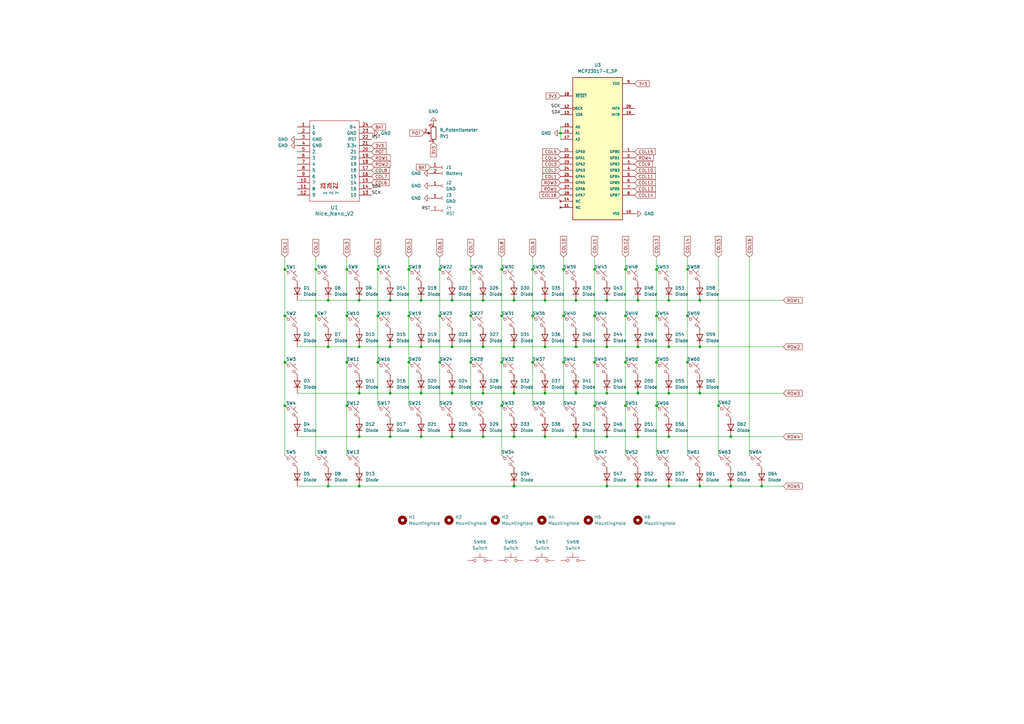
<source format=kicad_sch>
(kicad_sch (version 20250114) (generator "eeschema") (generator_version "9.0")
  (paper "A3")
  (title_block (title "DIY Mechanical Keyboard"))
  (lib_symbols
    (symbol "Connector:Conn_01x01_Socket" (pin_names (offset 1.016) (hide yes))
      (property "Reference" "J" (at 0 2.54 0))
      (property "Value" "Conn_01x01_Socket" (at 0 -2.54 0))
      (symbol "Conn_01x01_Socket_1_1"
        (pin passive line (at -5.08 0 0) (length 3.81) (name "Pin_1") (number "1"))
      )
    )
    (symbol "Connector:Conn_01x02_Socket" (pin_names (offset 1.016) (hide yes))
      (property "Reference" "J" (at 0 2.54 0))
      (property "Value" "Conn_01x02_Socket" (at 0 -5.08 0))
      (symbol "Conn_01x02_Socket_1_1"
        (pin passive line (at -5.08 0 0) (length 3.81) (name "Pin_1") (number "1"))
        (pin passive line (at -5.08 -2.54 0) (length 3.81) (name "Pin_2") (number "2"))
      )
    )
    (symbol "Device:R_Potentiometer" (pin_names (offset 1.016) (hide yes))
      (property "Reference" "RV" (at -4.445 0 90))
      (property "Value" "R_Potentiometer" (at -2.54 0 90))
      (symbol "R_Potentiometer_1_1"
        (pin passive line (at 0 3.81 270) (length 1.27) (name "1") (number "1"))
        (pin passive line (at 0 -3.81 90) (length 1.27) (name "3") (number "3"))
        (pin passive line (at 3.81 0 180) (length 1.27) (name "2") (number "2"))
      )
    )
    (symbol "MCP23017-E_SP:MCP23017-E_SP" (pin_names (offset 1.016))
      (property "Reference" "U3" (at 0 33.02 0))
      (property "Value" "MCP23017-E_SP" (at 0 30.48 0))
      (symbol "MCP23017-E_SP_0_0"
        (pin input line (at -15.24 20.32 0) (length 5.08) (name "~{RESET}") (number "18"))
        (pin input clock (at -15.24 15.24 0) (length 5.08) (name "SCK") (number "12"))
        (pin bidirectional line (at -15.24 12.7 0) (length 5.08) (name "SDA") (number "13"))
        (pin input line (at -15.24 7.62 0) (length 5.08) (name "A0") (number "15"))
        (pin input line (at -15.24 5.08 0) (length 5.08) (name "A1") (number "16"))
        (pin input line (at -15.24 2.54 0) (length 5.08) (name "A2") (number "17"))
        (pin bidirectional line (at -15.24 -2.54 0) (length 5.08) (name "GPA0") (number "21"))
        (pin bidirectional line (at -15.24 -5.08 0) (length 5.08) (name "GPA1") (number "22"))
        (pin bidirectional line (at -15.24 -7.62 0) (length 5.08) (name "GPA2") (number "23"))
        (pin bidirectional line (at -15.24 -10.16 0) (length 5.08) (name "GPA3") (number "24"))
        (pin bidirectional line (at -15.24 -12.7 0) (length 5.08) (name "GPA4") (number "25"))
        (pin bidirectional line (at -15.24 -15.24 0) (length 5.08) (name "GPA5") (number "26"))
        (pin bidirectional line (at -15.24 -17.78 0) (length 5.08) (name "GPA6") (number "27"))
        (pin bidirectional line (at -15.24 -20.32 0) (length 5.08) (name "GPA7") (number "28"))
        (pin no_connect line (at -15.24 -22.86 0) (length 5.08) (name "NC") (number "14"))
        (pin no_connect line (at -15.24 -25.4 0) (length 5.08) (name "NC") (number "11"))
        (pin power_in line (at 15.24 25.4 180) (length 5.08) (name "VDD") (number "9"))
        (pin output line (at 15.24 15.24 180) (length 5.08) (name "INTA") (number "20"))
        (pin output line (at 15.24 12.7 180) (length 5.08) (name "INTB") (number "19"))
        (pin bidirectional line (at 15.24 -2.54 180) (length 5.08) (name "GPB0") (number "1"))
        (pin bidirectional line (at 15.24 -5.08 180) (length 5.08) (name "GPB1") (number "2"))
        (pin bidirectional line (at 15.24 -7.62 180) (length 5.08) (name "GPB2") (number "3"))
        (pin bidirectional line (at 15.24 -10.16 180) (length 5.08) (name "GPB3") (number "4"))
        (pin bidirectional line (at 15.24 -12.7 180) (length 5.08) (name "GPB4") (number "5"))
        (pin bidirectional line (at 15.24 -15.24 180) (length 5.08) (name "GPB5") (number "6"))
        (pin bidirectional line (at 15.24 -17.78 180) (length 5.08) (name "GPB6") (number "7"))
        (pin bidirectional line (at 15.24 -20.32 180) (length 5.08) (name "GPB7") (number "8"))
        (pin power_in line (at 15.24 -27.94 180) (length 5.08) (name "VSS") (number "10"))
      )
    )
    (symbol "Mechanical:MountingHole" (pin_names (offset 1.016)) (in_bom no)
      (property "Reference" "H" (at 0 5.08 0))
      (property "Value" "MountingHole" (at 0 3.175 0))
    )
    (symbol "ScottoKeebs:MCU_Nice_Nano_V2" (pin_names (offset 1.016))
      (property "Reference" "U" (at 0 0 0))
      (property "Value" "Nice_Nano_V2" (at 0 -19.05 0))
      (symbol "MCU_Nice_Nano_V2_1_1"
        (pin input line (at -15.24 13.97 0) (length 5.08) (name "1") (number "1"))
        (pin input line (at -15.24 11.43 0) (length 5.08) (name "0") (number "2"))
        (pin input line (at -15.24 8.89 0) (length 5.08) (name "GND") (number "3"))
        (pin input line (at -15.24 6.35 0) (length 5.08) (name "GND") (number "4"))
        (pin input line (at -15.24 3.81 0) (length 5.08) (name "2") (number "5"))
        (pin input line (at -15.24 1.27 0) (length 5.08) (name "3") (number "6"))
        (pin input line (at -15.24 -1.27 0) (length 5.08) (name "4") (number "7"))
        (pin input line (at -15.24 -3.81 0) (length 5.08) (name "5") (number "8"))
        (pin input line (at -15.24 -6.35 0) (length 5.08) (name "6") (number "9"))
        (pin input line (at -15.24 -8.89 0) (length 5.08) (name "7") (number "10"))
        (pin input line (at -15.24 -11.43 0) (length 5.08) (name "8") (number "11"))
        (pin input line (at -15.24 -13.97 0) (length 5.08) (name "9") (number "12"))
        (pin input line (at -3.81 -8.89 270) (length 2.5) (name "1") (number "25"))
        (pin input line (at -1.27 -8.89 270) (length 2.5) (name "2") (number "26"))
        (pin input line (at 1.27 -8.89 270) (length 2.5) (name "7") (number "27"))
        (pin input line (at 15.24 13.97 180) (length 5.08) (name "B+") (number "24"))
        (pin input line (at 15.24 11.43 180) (length 5.08) (name "GND") (number "23"))
        (pin input line (at 15.24 8.89 180) (length 5.08) (name "RST") (number "22"))
        (pin input line (at 15.24 6.35 180) (length 5.08) (name "3.3v") (number "21"))
        (pin input line (at 15.24 3.81 180) (length 5.08) (name "21") (number "20"))
        (pin input line (at 15.24 1.27 180) (length 5.08) (name "20") (number "19"))
        (pin input line (at 15.24 -1.27 180) (length 5.08) (name "19") (number "18"))
        (pin input line (at 15.24 -3.81 180) (length 5.08) (name "18") (number "17"))
        (pin input line (at 15.24 -6.35 180) (length 5.08) (name "15") (number "16"))
        (pin input line (at 15.24 -8.89 180) (length 5.08) (name "14") (number "15"))
        (pin input line (at 15.24 -11.43 180) (length 5.08) (name "16") (number "14"))
        (pin input line (at 15.24 -13.97 180) (length 5.08) (name "10") (number "13"))
      )
    )
    (symbol "ScottoKeebs:Placeholder_Diode" (pin_numbers (hide yes)) (pin_names (hide yes))
      (property "Reference" "D" (at 0 2.54 0))
      (property "Value" "Diode" (at 0 -2.54 0))
      (symbol "Placeholder_Diode_1_1"
        (pin passive line (at -3.81 0 0) (length 2.54) (name "K") (number "1"))
        (pin passive line (at 3.81 0 180) (length 2.54) (name "A") (number "2"))
      )
    )
    (symbol "ScottoKeebs:Placeholder_Switch" (pin_numbers (hide yes)) (pin_names (offset 1.016) (hide yes))
      (property "Reference" "SW" (at 1.27 2.54 0))
      (property "Value" "Switch" (at 0 -1.524 0))
      (symbol "Placeholder_Switch_0_1"
        (pin passive line (at -5.08 0 0) (length 2.54) (name "1") (number "1"))
        (pin passive line (at 5.08 0 180) (length 2.54) (name "2") (number "2"))
      )
    )
    (symbol "Switch:SW_Push_45deg" (pin_numbers (hide yes)) (pin_names (offset 1.016) (hide yes))
      (property "Reference" "SW" (at 3.048 1.016 0))
      (property "Value" "SW_Push_45deg" (at 0 -3.81 0))
      (symbol "SW_Push_45deg_0_1"
        (pin passive line (at -2.54 2.54 0) (length 0) (name "1") (number "1"))
        (pin passive line (at 2.54 -2.54 180) (length 0) (name "2") (number "2"))
      )
    )
    (symbol "power:GND" (power) (pin_numbers (hide yes)) (pin_names (offset 0) (hide yes))
      (property "Value" "GND" (at 0 -3.81 0))
      (symbol "GND_1_1"
        (pin power_in line (at 0 0 270) (length 0) (name "~") (number "1"))
      )
    )
  )
  (junction (at 236.22 179.07))
  (junction (at 193.04 110.49))
  (junction (at 134.62 199.39))
  (junction (at 287.02 142.24))
  (junction (at 243.84 166.37))
  (junction (at 248.92 142.24))
  (junction (at 294.64 166.37))
  (junction (at 185.42 142.24))
  (junction (at 312.42 199.39))
  (junction (at 142.24 166.37))
  (junction (at 147.32 199.39))
  (junction (at 167.64 110.49))
  (junction (at 198.12 142.24))
  (junction (at 236.22 142.24))
  (junction (at 185.42 123.19))
  (junction (at 218.44 110.49))
  (junction (at 116.84 110.49))
  (junction (at 261.62 161.29))
  (junction (at 172.72 142.24))
  (junction (at 248.92 199.39))
  (junction (at 172.72 161.29))
  (junction (at 193.04 129.54))
  (junction (at 160.02 123.19))
  (junction (at 223.52 161.29))
  (junction (at 210.82 123.19))
  (junction (at 147.32 161.29))
  (junction (at 198.12 179.07))
  (junction (at 287.02 199.39))
  (junction (at 154.94 129.54))
  (junction (at 269.24 148.59))
  (junction (at 287.02 161.29))
  (junction (at 160.02 161.29))
  (junction (at 210.82 161.29))
  (junction (at 231.14 129.54))
  (junction (at 134.62 123.19))
  (junction (at 248.92 161.29))
  (junction (at 248.92 179.07))
  (junction (at 243.84 110.49))
  (junction (at 210.82 199.39))
  (junction (at 180.34 148.59))
  (junction (at 281.94 129.54))
  (junction (at 185.42 179.07))
  (junction (at 287.02 123.19))
  (junction (at 223.52 179.07))
  (junction (at 116.84 148.59))
  (junction (at 243.84 129.54))
  (junction (at 236.22 123.19))
  (junction (at 205.74 166.37))
  (junction (at 243.84 148.59))
  (junction (at 154.94 148.59))
  (junction (at 236.22 161.29))
  (junction (at 256.54 110.49))
  (junction (at 261.62 142.24))
  (junction (at 281.94 110.49))
  (junction (at 180.34 110.49))
  (junction (at 142.24 129.54))
  (junction (at 172.72 123.19))
  (junction (at 229.87 54.61))
  (junction (at 205.74 129.54))
  (junction (at 281.94 148.59))
  (junction (at 261.62 199.39))
  (junction (at 256.54 166.37))
  (junction (at 248.92 123.19))
  (junction (at 116.84 129.54))
  (junction (at 147.32 179.07))
  (junction (at 147.32 142.24))
  (junction (at 269.24 110.49))
  (junction (at 116.84 166.37))
  (junction (at 205.74 148.59))
  (junction (at 218.44 129.54))
  (junction (at 154.94 110.49))
  (junction (at 261.62 179.07))
  (junction (at 167.64 148.59))
  (junction (at 193.04 148.59))
  (junction (at 129.54 129.54))
  (junction (at 218.44 148.59))
  (junction (at 231.14 148.59))
  (junction (at 142.24 110.49))
  (junction (at 142.24 148.59))
  (junction (at 299.72 199.39))
  (junction (at 205.74 110.49))
  (junction (at 147.32 123.19))
  (junction (at 256.54 148.59))
  (junction (at 172.72 179.07))
  (junction (at 269.24 129.54))
  (junction (at 274.32 179.07))
  (junction (at 185.42 161.29))
  (junction (at 274.32 161.29))
  (junction (at 274.32 142.24))
  (junction (at 261.62 123.19))
  (junction (at 198.12 161.29))
  (junction (at 231.14 110.49))
  (junction (at 256.54 129.54))
  (junction (at 129.54 110.49))
  (junction (at 274.32 199.39))
  (junction (at 180.34 129.54))
  (junction (at 210.82 142.24))
  (junction (at 134.62 142.24))
  (junction (at 274.32 123.19))
  (junction (at 299.72 179.07))
  (junction (at 223.52 123.19))
  (junction (at 167.64 129.54))
  (junction (at 223.52 142.24))
  (junction (at 210.82 179.07))
  (junction (at 160.02 179.07))
  (junction (at 269.24 166.37))
  (junction (at 160.02 142.24))
  (junction (at 198.12 123.19))
  (wire (pts (xy 307.34 105.41) (xy 307.34 186.69)))
  (wire (pts (xy 142.24 148.59) (xy 142.24 166.37)))
  (wire (pts (xy 116.84 105.41) (xy 116.84 110.49)))
  (wire (pts (xy 121.92 142.24) (xy 134.62 142.24)))
  (wire (pts (xy 160.02 179.07) (xy 172.72 179.07)))
  (wire (pts (xy 121.92 161.29) (xy 147.32 161.29)))
  (wire (pts (xy 248.92 161.29) (xy 261.62 161.29)))
  (wire (pts (xy 167.64 148.59) (xy 167.64 166.37)))
  (wire (pts (xy 281.94 148.59) (xy 281.94 186.69)))
  (wire (pts (xy 287.02 199.39) (xy 299.72 199.39)))
  (wire (pts (xy 129.54 110.49) (xy 129.54 129.54)))
  (wire (pts (xy 243.84 129.54) (xy 243.84 148.59)))
  (wire (pts (xy 172.72 142.24) (xy 185.42 142.24)))
  (wire (pts (xy 236.22 142.24) (xy 248.92 142.24)))
  (wire (pts (xy 281.94 129.54) (xy 281.94 148.59)))
  (wire (pts (xy 321.31 199.39) (xy 312.42 199.39)))
  (wire (pts (xy 205.74 148.59) (xy 205.74 166.37)))
  (wire (pts (xy 167.64 105.41) (xy 167.64 110.49)))
  (wire (pts (xy 167.64 129.54) (xy 167.64 148.59)))
  (wire (pts (xy 198.12 123.19) (xy 210.82 123.19)))
  (wire (pts (xy 229.87 54.61) (xy 229.87 57.15)))
  (wire (pts (xy 142.24 129.54) (xy 142.24 148.59)))
  (wire (pts (xy 210.82 161.29) (xy 223.52 161.29)))
  (wire (pts (xy 261.62 161.29) (xy 274.32 161.29)))
  (wire (pts (xy 248.92 142.24) (xy 261.62 142.24)))
  (wire (pts (xy 121.92 179.07) (xy 147.32 179.07)))
  (wire (pts (xy 134.62 199.39) (xy 147.32 199.39)))
  (wire (pts (xy 256.54 166.37) (xy 256.54 186.69)))
  (wire (pts (xy 261.62 123.19) (xy 274.32 123.19)))
  (wire (pts (xy 210.82 179.07) (xy 223.52 179.07)))
  (wire (pts (xy 205.74 110.49) (xy 205.74 129.54)))
  (wire (pts (xy 231.14 105.41) (xy 231.14 110.49)))
  (wire (pts (xy 147.32 161.29) (xy 160.02 161.29)))
  (wire (pts (xy 172.72 161.29) (xy 185.42 161.29)))
  (wire (pts (xy 116.84 148.59) (xy 116.84 166.37)))
  (wire (pts (xy 218.44 148.59) (xy 218.44 166.37)))
  (wire (pts (xy 193.04 129.54) (xy 193.04 148.59)))
  (wire (pts (xy 218.44 105.41) (xy 218.44 110.49)))
  (wire (pts (xy 147.32 199.39) (xy 210.82 199.39)))
  (wire (pts (xy 294.64 166.37) (xy 294.64 186.69)))
  (wire (pts (xy 172.72 179.07) (xy 185.42 179.07)))
  (wire (pts (xy 261.62 199.39) (xy 274.32 199.39)))
  (wire (pts (xy 172.72 123.19) (xy 185.42 123.19)))
  (wire (pts (xy 287.02 161.29) (xy 321.31 161.29)))
  (wire (pts (xy 142.24 166.37) (xy 142.24 186.69)))
  (wire (pts (xy 299.72 199.39) (xy 312.42 199.39)))
  (wire (pts (xy 116.84 166.37) (xy 116.84 186.69)))
  (wire (pts (xy 198.12 142.24) (xy 210.82 142.24)))
  (wire (pts (xy 231.14 129.54) (xy 231.14 148.59)))
  (wire (pts (xy 129.54 105.41) (xy 129.54 110.49)))
  (wire (pts (xy 236.22 179.07) (xy 248.92 179.07)))
  (wire (pts (xy 236.22 161.29) (xy 248.92 161.29)))
  (wire (pts (xy 236.22 123.19) (xy 248.92 123.19)))
  (wire (pts (xy 243.84 105.41) (xy 243.84 110.49)))
  (wire (pts (xy 269.24 110.49) (xy 269.24 129.54)))
  (wire (pts (xy 223.52 161.29) (xy 236.22 161.29)))
  (wire (pts (xy 180.34 105.41) (xy 180.34 110.49)))
  (wire (pts (xy 154.94 110.49) (xy 154.94 129.54)))
  (wire (pts (xy 167.64 110.49) (xy 167.64 129.54)))
  (wire (pts (xy 281.94 110.49) (xy 281.94 129.54)))
  (wire (pts (xy 274.32 179.07) (xy 299.72 179.07)))
  (wire (pts (xy 210.82 123.19) (xy 223.52 123.19)))
  (wire (pts (xy 193.04 105.41) (xy 193.04 110.49)))
  (wire (pts (xy 205.74 105.41) (xy 205.74 110.49)))
  (wire (pts (xy 129.54 129.54) (xy 129.54 186.69)))
  (wire (pts (xy 256.54 105.41) (xy 256.54 110.49)))
  (wire (pts (xy 154.94 105.41) (xy 154.94 110.49)))
  (wire (pts (xy 269.24 166.37) (xy 269.24 186.69)))
  (wire (pts (xy 134.62 142.24) (xy 147.32 142.24)))
  (wire (pts (xy 269.24 129.54) (xy 269.24 148.59)))
  (wire (pts (xy 243.84 166.37) (xy 243.84 186.69)))
  (wire (pts (xy 256.54 148.59) (xy 256.54 166.37)))
  (wire (pts (xy 147.32 179.07) (xy 160.02 179.07)))
  (wire (pts (xy 243.84 110.49) (xy 243.84 129.54)))
  (wire (pts (xy 274.32 199.39) (xy 287.02 199.39)))
  (wire (pts (xy 299.72 179.07) (xy 321.31 179.07)))
  (wire (pts (xy 198.12 161.29) (xy 210.82 161.29)))
  (wire (pts (xy 223.52 179.07) (xy 236.22 179.07)))
  (wire (pts (xy 269.24 148.59) (xy 269.24 166.37)))
  (wire (pts (xy 274.32 142.24) (xy 287.02 142.24)))
  (wire (pts (xy 160.02 161.29) (xy 172.72 161.29)))
  (wire (pts (xy 274.32 161.29) (xy 287.02 161.29)))
  (wire (pts (xy 231.14 148.59) (xy 231.14 166.37)))
  (wire (pts (xy 243.84 148.59) (xy 243.84 166.37)))
  (wire (pts (xy 261.62 142.24) (xy 274.32 142.24)))
  (wire (pts (xy 180.34 129.54) (xy 180.34 148.59)))
  (wire (pts (xy 154.94 148.59) (xy 154.94 166.37)))
  (wire (pts (xy 147.32 142.24) (xy 160.02 142.24)))
  (wire (pts (xy 210.82 199.39) (xy 248.92 199.39)))
  (wire (pts (xy 218.44 129.54) (xy 218.44 148.59)))
  (wire (pts (xy 274.32 123.19) (xy 287.02 123.19)))
  (wire (pts (xy 116.84 129.54) (xy 116.84 148.59)))
  (wire (pts (xy 147.32 123.19) (xy 160.02 123.19)))
  (wire (pts (xy 180.34 148.59) (xy 180.34 166.37)))
  (wire (pts (xy 229.87 52.07) (xy 229.87 54.61)))
  (wire (pts (xy 269.24 105.41) (xy 269.24 110.49)))
  (wire (pts (xy 281.94 105.41) (xy 281.94 110.49)))
  (wire (pts (xy 248.92 179.07) (xy 261.62 179.07)))
  (wire (pts (xy 185.42 123.19) (xy 198.12 123.19)))
  (wire (pts (xy 185.42 179.07) (xy 198.12 179.07)))
  (wire (pts (xy 287.02 123.19) (xy 321.31 123.19)))
  (wire (pts (xy 223.52 142.24) (xy 236.22 142.24)))
  (wire (pts (xy 185.42 161.29) (xy 198.12 161.29)))
  (wire (pts (xy 121.92 123.19) (xy 134.62 123.19)))
  (wire (pts (xy 261.62 179.07) (xy 274.32 179.07)))
  (wire (pts (xy 185.42 142.24) (xy 198.12 142.24)))
  (wire (pts (xy 248.92 123.19) (xy 261.62 123.19)))
  (wire (pts (xy 193.04 110.49) (xy 193.04 129.54)))
  (wire (pts (xy 193.04 148.59) (xy 193.04 166.37)))
  (wire (pts (xy 256.54 110.49) (xy 256.54 129.54)))
  (wire (pts (xy 248.92 199.39) (xy 261.62 199.39)))
  (wire (pts (xy 205.74 129.54) (xy 205.74 148.59)))
  (wire (pts (xy 116.84 110.49) (xy 116.84 129.54)))
  (wire (pts (xy 218.44 110.49) (xy 218.44 129.54)))
  (wire (pts (xy 256.54 129.54) (xy 256.54 148.59)))
  (wire (pts (xy 205.74 166.37) (xy 205.74 186.69)))
  (wire (pts (xy 142.24 105.41) (xy 142.24 110.49)))
  (wire (pts (xy 134.62 123.19) (xy 147.32 123.19)))
  (wire (pts (xy 160.02 123.19) (xy 172.72 123.19)))
  (wire (pts (xy 210.82 142.24) (xy 223.52 142.24)))
  (wire (pts (xy 294.64 105.41) (xy 294.64 166.37)))
  (wire (pts (xy 231.14 110.49) (xy 231.14 129.54)))
  (wire (pts (xy 160.02 142.24) (xy 172.72 142.24)))
  (wire (pts (xy 287.02 142.24) (xy 321.31 142.24)))
  (wire (pts (xy 180.34 110.49) (xy 180.34 129.54)))
  (wire (pts (xy 154.94 129.54) (xy 154.94 148.59)))
  (wire (pts (xy 142.24 110.49) (xy 142.24 129.54)))
  (wire (pts (xy 121.92 199.39) (xy 134.62 199.39)))
  (wire (pts (xy 223.52 123.19) (xy 236.22 123.19)))
  (wire (pts (xy 198.12 179.07) (xy 210.82 179.07)))
  (label "SDA" (at 229.87 46.99 180))
  (label "SCK" (at 229.87 44.45 180))
  (label "SDA" (at 152.4 77.47 0))
  (label "RST" (at 152.4 57.15 0))
  (label "RST" (at 176.53 86.36 180))
  (label "SCK" (at 152.4 80.01 0))
  (global_label "ROW5" (shape input) (at 321.31 199.39 0) (property "Intersheetrefs" "${INTERSHEET_REFS}" (effects (hide yes))))
  (global_label "3V3" (shape input) (at 152.4 59.69 0) (property "Intersheetrefs" "${INTERSHEET_REFS}" (effects (hide yes))))
  (global_label "ROW3" (shape input) (at 229.87 74.93 180) (property "Intersheetrefs" "${INTERSHEET_REFS}" (effects (hide yes))))
  (global_label "COL16" (shape input) (at 307.34 105.41 90) (property "Intersheetrefs" "${INTERSHEET_REFS}" (effects (hide yes))))
  (global_label "COL2" (shape input) (at 229.87 69.85 180) (property "Intersheetrefs" "${INTERSHEET_REFS}" (effects (hide yes))))
  (global_label "COL12" (shape input) (at 260.35 74.93 0) (property "Intersheetrefs" "${INTERSHEET_REFS}" (effects (hide yes))))
  (global_label "COL13" (shape input) (at 260.35 77.47 0) (property "Intersheetrefs" "${INTERSHEET_REFS}" (effects (hide yes))))
  (global_label "COL16" (shape input) (at 229.87 80.01 180) (property "Intersheetrefs" "${INTERSHEET_REFS}" (effects (hide yes))))
  (global_label "COL8" (shape input) (at 152.4 69.85 0) (property "Intersheetrefs" "${INTERSHEET_REFS}" (effects (hide yes))))
  (global_label "COL8" (shape input) (at 205.74 105.41 90) (property "Intersheetrefs" "${INTERSHEET_REFS}" (effects (hide yes))))
  (global_label "3V3" (shape input) (at 229.87 39.37 180) (property "Intersheetrefs" "${INTERSHEET_REFS}" (effects (hide yes))))
  (global_label "COL3" (shape input) (at 142.24 105.41 90) (property "Intersheetrefs" "${INTERSHEET_REFS}" (effects (hide yes))))
  (global_label "POT" (shape input) (at 152.4 62.23 0) (property "Intersheetrefs" "${INTERSHEET_REFS}" (effects (hide yes))))
  (global_label "ROW4" (shape input) (at 260.35 64.77 0) (property "Intersheetrefs" "${INTERSHEET_REFS}" (effects (hide yes))))
  (global_label "ROW1" (shape input) (at 321.31 123.19 0) (property "Intersheetrefs" "${INTERSHEET_REFS}" (effects (hide yes))))
  (global_label "COL4" (shape input) (at 229.87 64.77 180) (property "Intersheetrefs" "${INTERSHEET_REFS}" (effects (hide yes))))
  (global_label "COL15" (shape input) (at 294.64 105.41 90) (property "Intersheetrefs" "${INTERSHEET_REFS}" (effects (hide yes))))
  (global_label "COL1" (shape input) (at 229.87 72.39 180) (property "Intersheetrefs" "${INTERSHEET_REFS}" (effects (hide yes))))
  (global_label "COL11" (shape input) (at 243.84 105.41 90) (property "Intersheetrefs" "${INTERSHEET_REFS}" (effects (hide yes))))
  (global_label "BAT" (shape input) (at 152.4 52.07 0) (property "Intersheetrefs" "${INTERSHEET_REFS}" (effects (hide yes))))
  (global_label "ROW1" (shape input) (at 152.4 64.77 0) (property "Intersheetrefs" "${INTERSHEET_REFS}" (effects (hide yes))))
  (global_label "COL2" (shape input) (at 129.54 105.41 90) (property "Intersheetrefs" "${INTERSHEET_REFS}" (effects (hide yes))))
  (global_label "COL9" (shape input) (at 218.44 105.41 90) (property "Intersheetrefs" "${INTERSHEET_REFS}" (effects (hide yes))))
  (global_label "COL14" (shape input) (at 281.94 105.41 90) (property "Intersheetrefs" "${INTERSHEET_REFS}" (effects (hide yes))))
  (global_label "3V3" (shape input) (at 260.35 34.29 0) (property "Intersheetrefs" "${INTERSHEET_REFS}" (effects (hide yes))))
  (global_label "COL3" (shape input) (at 229.87 67.31 180) (property "Intersheetrefs" "${INTERSHEET_REFS}" (effects (hide yes))))
  (global_label "COL1" (shape input) (at 116.84 105.41 90) (property "Intersheetrefs" "${INTERSHEET_REFS}" (effects (hide yes))))
  (global_label "COL7" (shape input) (at 193.04 105.41 90) (property "Intersheetrefs" "${INTERSHEET_REFS}" (effects (hide yes))))
  (global_label "COL13" (shape input) (at 269.24 105.41 90) (property "Intersheetrefs" "${INTERSHEET_REFS}" (effects (hide yes))))
  (global_label "COL15" (shape input) (at 260.35 62.23 0) (property "Intersheetrefs" "${INTERSHEET_REFS}" (effects (hide yes))))
  (global_label "COL5" (shape input) (at 229.87 62.23 180) (property "Intersheetrefs" "${INTERSHEET_REFS}" (effects (hide yes))))
  (global_label "COL6" (shape input) (at 152.4 74.93 0) (property "Intersheetrefs" "${INTERSHEET_REFS}" (effects (hide yes))))
  (global_label "COL10" (shape input) (at 231.14 105.41 90) (property "Intersheetrefs" "${INTERSHEET_REFS}" (effects (hide yes))))
  (global_label "ROW4" (shape input) (at 321.31 179.07 0) (property "Intersheetrefs" "${INTERSHEET_REFS}" (effects (hide yes))))
  (global_label "COL7" (shape input) (at 152.4 72.39 0) (property "Intersheetrefs" "${INTERSHEET_REFS}" (effects (hide yes))))
  (global_label "COL10" (shape input) (at 260.35 69.85 0) (property "Intersheetrefs" "${INTERSHEET_REFS}" (effects (hide yes))))
  (global_label "ROW2" (shape input) (at 152.4 67.31 0) (property "Intersheetrefs" "${INTERSHEET_REFS}" (effects (hide yes))))
  (global_label "COL5" (shape input) (at 167.64 105.41 90) (property "Intersheetrefs" "${INTERSHEET_REFS}" (effects (hide yes))))
  (global_label "3V3" (shape input) (at 177.8 58.42 270) (property "Intersheetrefs" "${INTERSHEET_REFS}" (effects (hide yes))))
  (global_label "COL4" (shape input) (at 154.94 105.41 90) (property "Intersheetrefs" "${INTERSHEET_REFS}" (effects (hide yes))))
  (global_label "ROW2" (shape input) (at 321.31 142.24 0) (property "Intersheetrefs" "${INTERSHEET_REFS}" (effects (hide yes))))
  (global_label "COL12" (shape input) (at 256.54 105.41 90) (property "Intersheetrefs" "${INTERSHEET_REFS}" (effects (hide yes))))
  (global_label "ROW5" (shape input) (at 229.87 77.47 180) (property "Intersheetrefs" "${INTERSHEET_REFS}" (effects (hide yes))))
  (global_label "COL11" (shape input) (at 260.35 72.39 0) (property "Intersheetrefs" "${INTERSHEET_REFS}" (effects (hide yes))))
  (global_label "BAT" (shape input) (at 176.53 68.58 180) (property "Intersheetrefs" "${INTERSHEET_REFS}" (effects (hide yes))))
  (global_label "COL14" (shape input) (at 260.35 80.01 0) (property "Intersheetrefs" "${INTERSHEET_REFS}" (effects (hide yes))))
  (global_label "POT" (shape input) (at 173.99 54.61 180) (property "Intersheetrefs" "${INTERSHEET_REFS}" (effects (hide yes))))
  (global_label "COL6" (shape input) (at 180.34 105.41 90) (property "Intersheetrefs" "${INTERSHEET_REFS}" (effects (hide yes))))
  (global_label "ROW3" (shape input) (at 321.31 161.29 0) (property "Intersheetrefs" "${INTERSHEET_REFS}" (effects (hide yes))))
  (global_label "COL9" (shape input) (at 260.35 67.31 0) (property "Intersheetrefs" "${INTERSHEET_REFS}" (effects (hide yes))))
  (symbol (lib_id "Switch:SW_Push_45deg") (at 195.58 168.91 0) (unit 1)
    (property "Reference" "SW29" (at 195.58 165.354 0))
    (property "Value" "SW_Push_45deg" (effects (hide yes)))
    (property "Footprint" "ScottoKeebs_Hotswap:Hotswap_MX_Plated_1.00u" (effects (hide yes)))
    (property "Description" "Push button switch, normally open, two pins, 45° tilted" (effects (hide yes)))
  )
  (symbol (lib_id "ScottoKeebs:Placeholder_Diode") (at 210.82 138.43 90) (unit 1)
    (property "Reference" "D31" (at 213.36 137.1599 90) (effects (justify right)))
    (property "Value" "Diode" (at 213.36 139.6999 90) (effects (justify right)))
    (property "Footprint" "Diode_SMD:D_0805_2012Metric_Pad1.15x1.40mm_HandSolder" (effects (hide yes)))
    (property "Description" "1N4148 (DO-35) or 1N4148W (SOD-123)" (effects (hide yes)))
    (property "Sim.Device" "D" (effects (hide yes)))
    (property "Sim.Pins" "1=K 2=A" (effects (hide yes)))
  )
  (symbol (lib_id "Switch:SW_Push_45deg") (at 271.78 132.08 0) (unit 1)
    (property "Reference" "SW54" (at 271.78 128.524 0))
    (property "Value" "SW_Push_45deg" (effects (hide yes)))
    (property "Footprint" "ScottoKeebs_Hotswap:Hotswap_MX_Plated_1.00u" (effects (hide yes)))
    (property "Description" "Push button switch, normally open, two pins, 45° tilted" (effects (hide yes)))
  )
  (symbol (lib_id "Switch:SW_Push_45deg") (at 284.48 189.23 0) (unit 1)
    (property "Reference" "SW61" (at 284.48 185.42 0))
    (property "Value" "SW_Push_45deg" (effects (hide yes)))
    (property "Footprint" "ScottoKeebs_Hotswap:Hotswap_MX_Plated_1.00u" (effects (hide yes)))
    (property "Description" "Push button switch, normally open, two pins, 45° tilted" (effects (hide yes)))
  )
  (symbol (lib_id "Switch:SW_Push_45deg") (at 157.48 113.03 0) (unit 1)
    (property "Reference" "SW14" (at 157.48 109.474 0))
    (property "Value" "SW_Push_45deg" (effects (hide yes)))
    (property "Footprint" "ScottoKeebs_Hotswap:Hotswap_MX_Plated_1.00u" (effects (hide yes)))
    (property "Description" "Push button switch, normally open, two pins, 45° tilted" (effects (hide yes)))
  )
  (symbol (lib_id "ScottoKeebs:Placeholder_Switch") (at 196.85 229.87 0) (unit 1)
    (property "Reference" "SW66" (at 196.85 222.25 0))
    (property "Value" "Switch" (at 196.85 224.79 0))
    (property "Footprint" "ScottoKeebs_Stabilizer:Stabilizer_MX_2.00u" (effects (hide yes)))
    (property "Description" "Push button switch, generic, two pins" (effects (hide yes)))
  )
  (symbol (lib_id "Mechanical:MountingHole") (at 203.2 213.36 0) (unit 1) (in_bom no)
    (property "Reference" "H3" (at 205.74 212.0899 0) (effects (justify left)))
    (property "Value" "MountingHole" (at 205.74 214.6299 0) (effects (justify left)))
    (property "Footprint" "MountingHole:MountingHole_2.7mm_M2.5" (effects (hide yes)))
    (property "Description" "Mounting Hole without connection" (effects (hide yes)))
  )
  (symbol (lib_id "ScottoKeebs:Placeholder_Diode") (at 134.62 195.58 90) (unit 1)
    (property "Reference" "D8" (at 137.16 194.3099 90) (effects (justify right)))
    (property "Value" "Diode" (at 137.16 196.8499 90) (effects (justify right)))
    (property "Footprint" "Diode_SMD:D_0805_2012Metric_Pad1.15x1.40mm_HandSolder" (effects (hide yes)))
    (property "Description" "1N4148 (DO-35) or 1N4148W (SOD-123)" (effects (hide yes)))
    (property "Sim.Device" "D" (effects (hide yes)))
    (property "Sim.Pins" "1=K 2=A" (effects (hide yes)))
  )
  (symbol (lib_id "ScottoKeebs:Placeholder_Diode") (at 274.32 195.58 90) (unit 1)
    (property "Reference" "D57" (at 276.86 194.3099 90) (effects (justify right)))
    (property "Value" "Diode" (at 276.86 196.8499 90) (effects (justify right)))
    (property "Footprint" "Diode_SMD:D_0805_2012Metric_Pad1.15x1.40mm_HandSolder" (effects (hide yes)))
    (property "Description" "1N4148 (DO-35) or 1N4148W (SOD-123)" (effects (hide yes)))
    (property "Sim.Device" "D" (effects (hide yes)))
    (property "Sim.Pins" "1=K 2=A" (effects (hide yes)))
  )
  (symbol (lib_id "ScottoKeebs:Placeholder_Diode") (at 236.22 119.38 90) (unit 1)
    (property "Reference" "D39" (at 238.76 118.1099 90) (effects (justify right)))
    (property "Value" "Diode" (at 238.76 120.6499 90) (effects (justify right)))
    (property "Footprint" "Diode_SMD:D_0805_2012Metric_Pad1.15x1.40mm_HandSolder" (effects (hide yes)))
    (property "Description" "1N4148 (DO-35) or 1N4148W (SOD-123)" (effects (hide yes)))
    (property "Sim.Device" "D" (effects (hide yes)))
    (property "Sim.Pins" "1=K 2=A" (effects (hide yes)))
  )
  (symbol (lib_id "ScottoKeebs:Placeholder_Diode") (at 261.62 119.38 90) (unit 1)
    (property "Reference" "D48" (at 264.16 118.1099 90) (effects (justify right)))
    (property "Value" "Diode" (at 264.16 120.6499 90) (effects (justify right)))
    (property "Footprint" "Diode_SMD:D_0805_2012Metric_Pad1.15x1.40mm_HandSolder" (effects (hide yes)))
    (property "Description" "1N4148 (DO-35) or 1N4148W (SOD-123)" (effects (hide yes)))
    (property "Sim.Device" "D" (effects (hide yes)))
    (property "Sim.Pins" "1=K 2=A" (effects (hide yes)))
  )
  (symbol (lib_id "ScottoKeebs:Placeholder_Diode") (at 147.32 138.43 90) (unit 1)
    (property "Reference" "D10" (at 149.86 137.1599 90) (effects (justify right)))
    (property "Value" "Diode" (at 149.86 139.6999 90) (effects (justify right)))
    (property "Footprint" "Diode_SMD:D_0805_2012Metric_Pad1.15x1.40mm_HandSolder" (effects (hide yes)))
    (property "Description" "1N4148 (DO-35) or 1N4148W (SOD-123)" (effects (hide yes)))
    (property "Sim.Device" "D" (effects (hide yes)))
    (property "Sim.Pins" "1=K 2=A" (effects (hide yes)))
  )
  (symbol (lib_id "power:GND") (at 176.53 71.12 270) (unit 1)
    (property "Reference" "#PWR07" (effects (hide yes)))
    (property "Value" "GND" (at 172.72 71.1199 90) (effects (justify right)))
    (property "Description" "Power symbol creates a global label with name \"GND\" , ground" (effects (hide yes)))
  )
  (symbol (lib_id "Switch:SW_Push_45deg") (at 119.38 151.13 0) (unit 1)
    (property "Reference" "SW3" (at 119.38 147.32 0))
    (property "Value" "SW_Push_45deg" (effects (hide yes)))
    (property "Footprint" "ScottoKeebs_Hotswap:Hotswap_MX_Plated_1.75u" (effects (hide yes)))
    (property "Description" "Push button switch, normally open, two pins, 45° tilted" (effects (hide yes)))
  )
  (symbol (lib_id "ScottoKeebs:Placeholder_Diode") (at 236.22 138.43 90) (unit 1)
    (property "Reference" "D40" (at 238.76 137.1599 90) (effects (justify right)))
    (property "Value" "Diode" (at 238.76 139.6999 90) (effects (justify right)))
    (property "Footprint" "Diode_SMD:D_0805_2012Metric_Pad1.15x1.40mm_HandSolder" (effects (hide yes)))
    (property "Description" "1N4148 (DO-35) or 1N4148W (SOD-123)" (effects (hide yes)))
    (property "Sim.Device" "D" (effects (hide yes)))
    (property "Sim.Pins" "1=K 2=A" (effects (hide yes)))
  )
  (symbol (lib_id "Switch:SW_Push_45deg") (at 233.68 113.03 0) (unit 1)
    (property "Reference" "SW39" (at 233.68 109.474 0))
    (property "Value" "SW_Push_45deg" (effects (hide yes)))
    (property "Footprint" "ScottoKeebs_Hotswap:Hotswap_MX_Plated_1.00u" (effects (hide yes)))
    (property "Description" "Push button switch, normally open, two pins, 45° tilted" (effects (hide yes)))
  )
  (symbol (lib_id "ScottoKeebs:Placeholder_Diode") (at 160.02 138.43 90) (unit 1)
    (property "Reference" "D15" (at 162.56 137.1599 90) (effects (justify right)))
    (property "Value" "Diode" (at 162.56 139.6999 90) (effects (justify right)))
    (property "Footprint" "Diode_SMD:D_0805_2012Metric_Pad1.15x1.40mm_HandSolder" (effects (hide yes)))
    (property "Description" "1N4148 (DO-35) or 1N4148W (SOD-123)" (effects (hide yes)))
    (property "Sim.Device" "D" (effects (hide yes)))
    (property "Sim.Pins" "1=K 2=A" (effects (hide yes)))
  )
  (symbol (lib_id "Switch:SW_Push_45deg") (at 132.08 189.23 0) (unit 1)
    (property "Reference" "SW8" (at 132.08 185.42 0))
    (property "Value" "SW_Push_45deg" (effects (hide yes)))
    (property "Footprint" "ScottoKeebs_Hotswap:Hotswap_MX_Plated_1.00u" (effects (hide yes)))
    (property "Description" "Push button switch, normally open, two pins, 45° tilted" (effects (hide yes)))
  )
  (symbol (lib_id "Switch:SW_Push_45deg") (at 233.68 168.91 0) (unit 1)
    (property "Reference" "SW42" (at 233.68 165.354 0))
    (property "Value" "SW_Push_45deg" (effects (hide yes)))
    (property "Footprint" "ScottoKeebs_Hotswap:Hotswap_MX_Plated_1.00u" (effects (hide yes)))
    (property "Description" "Push button switch, normally open, two pins, 45° tilted" (effects (hide yes)))
  )
  (symbol (lib_id "ScottoKeebs:Placeholder_Diode") (at 299.72 175.26 90) (unit 1)
    (property "Reference" "D62" (at 302.26 173.9899 90) (effects (justify right)))
    (property "Value" "Diode" (at 302.26 176.5299 90) (effects (justify right)))
    (property "Footprint" "Diode_SMD:D_0805_2012Metric_Pad1.15x1.40mm_HandSolder" (effects (hide yes)))
    (property "Description" "1N4148 (DO-35) or 1N4148W (SOD-123)" (effects (hide yes)))
    (property "Sim.Device" "D" (effects (hide yes)))
    (property "Sim.Pins" "1=K 2=A" (effects (hide yes)))
  )
  (symbol (lib_id "ScottoKeebs:Placeholder_Diode") (at 261.62 195.58 90) (unit 1)
    (property "Reference" "D52" (at 264.16 194.3099 90) (effects (justify right)))
    (property "Value" "Diode" (at 264.16 196.8499 90) (effects (justify right)))
    (property "Footprint" "Diode_SMD:D_0805_2012Metric_Pad1.15x1.40mm_HandSolder" (effects (hide yes)))
    (property "Description" "1N4148 (DO-35) or 1N4148W (SOD-123)" (effects (hide yes)))
    (property "Sim.Device" "D" (effects (hide yes)))
    (property "Sim.Pins" "1=K 2=A" (effects (hide yes)))
  )
  (symbol (lib_id "Switch:SW_Push_45deg") (at 220.98 113.03 0) (unit 1)
    (property "Reference" "SW35" (at 220.98 109.474 0))
    (property "Value" "SW_Push_45deg" (effects (hide yes)))
    (property "Footprint" "ScottoKeebs_Hotswap:Hotswap_MX_Plated_1.00u" (effects (hide yes)))
    (property "Description" "Push button switch, normally open, two pins, 45° tilted" (effects (hide yes)))
  )
  (symbol (lib_id "Switch:SW_Push_45deg") (at 284.48 113.03 0) (unit 1)
    (property "Reference" "SW58" (at 284.48 109.474 0))
    (property "Value" "SW_Push_45deg" (effects (hide yes)))
    (property "Footprint" "ScottoKeebs_Hotswap:Hotswap_MX_Plated_2.00u" (effects (hide yes)))
    (property "Description" "Push button switch, normally open, two pins, 45° tilted" (effects (hide yes)))
  )
  (symbol (lib_id "Connector:Conn_01x01_Socket") (at 181.61 86.36 0) (unit 1)
    (property "Reference" "J4" (at 182.88 85.0899 0) (effects (justify left)))
    (property "Value" "RST" (at 182.88 87.6299 0) (effects (justify left)))
    (property "Footprint" "TestPoint:TestPoint_Pad_1.5x1.5mm" (effects (hide yes)))
    (property "Description" "Generic connector, single row, 01x01, script generated" (effects (hide yes)))
  )
  (symbol (lib_id "ScottoKeebs:Placeholder_Diode") (at 185.42 157.48 90) (unit 1)
    (property "Reference" "D24" (at 187.96 156.2099 90) (effects (justify right)))
    (property "Value" "Diode" (at 187.96 158.7499 90) (effects (justify right)))
    (property "Footprint" "Diode_SMD:D_0805_2012Metric_Pad1.15x1.40mm_HandSolder" (effects (hide yes)))
    (property "Description" "1N4148 (DO-35) or 1N4148W (SOD-123)" (effects (hide yes)))
    (property "Sim.Device" "D" (effects (hide yes)))
    (property "Sim.Pins" "1=K 2=A" (effects (hide yes)))
  )
  (symbol (lib_id "Switch:SW_Push_45deg") (at 271.78 151.13 0) (unit 1)
    (property "Reference" "SW55" (at 271.78 147.32 0))
    (property "Value" "SW_Push_45deg" (effects (hide yes)))
    (property "Footprint" "ScottoKeebs_Hotswap:Hotswap_MX_Plated_1.00u" (effects (hide yes)))
    (property "Description" "Push button switch, normally open, two pins, 45° tilted" (effects (hide yes)))
  )
  (symbol (lib_id "ScottoKeebs:Placeholder_Diode") (at 121.92 175.26 90) (unit 1)
    (property "Reference" "D4" (at 124.46 173.9899 90) (effects (justify right)))
    (property "Value" "Diode" (at 124.46 176.5299 90) (effects (justify right)))
    (property "Footprint" "Diode_SMD:D_0805_2012Metric_Pad1.15x1.40mm_HandSolder" (effects (hide yes)))
    (property "Description" "1N4148 (DO-35) or 1N4148W (SOD-123)" (effects (hide yes)))
    (property "Sim.Device" "D" (effects (hide yes)))
    (property "Sim.Pins" "1=K 2=A" (effects (hide yes)))
  )
  (symbol (lib_id "ScottoKeebs:Placeholder_Diode") (at 287.02 195.58 90) (unit 1)
    (property "Reference" "D61" (at 289.56 194.3099 90) (effects (justify right)))
    (property "Value" "Diode" (at 289.56 196.8499 90) (effects (justify right)))
    (property "Footprint" "Diode_SMD:D_0805_2012Metric_Pad1.15x1.40mm_HandSolder" (effects (hide yes)))
    (property "Description" "1N4148 (DO-35) or 1N4148W (SOD-123)" (effects (hide yes)))
    (property "Sim.Device" "D" (effects (hide yes)))
    (property "Sim.Pins" "1=K 2=A" (effects (hide yes)))
  )
  (symbol (lib_id "ScottoKeebs:Placeholder_Diode") (at 223.52 157.48 90) (unit 1)
    (property "Reference" "D37" (at 226.06 156.2099 90) (effects (justify right)))
    (property "Value" "Diode" (at 226.06 158.7499 90) (effects (justify right)))
    (property "Footprint" "Diode_SMD:D_0805_2012Metric_Pad1.15x1.40mm_HandSolder" (effects (hide yes)))
    (property "Description" "1N4148 (DO-35) or 1N4148W (SOD-123)" (effects (hide yes)))
    (property "Sim.Device" "D" (effects (hide yes)))
    (property "Sim.Pins" "1=K 2=A" (effects (hide yes)))
  )
  (symbol (lib_id "ScottoKeebs:Placeholder_Diode") (at 248.92 175.26 90) (unit 1)
    (property "Reference" "D46" (at 251.46 173.9899 90) (effects (justify right)))
    (property "Value" "Diode" (at 251.46 176.5299 90) (effects (justify right)))
    (property "Footprint" "Diode_SMD:D_0805_2012Metric_Pad1.15x1.40mm_HandSolder" (effects (hide yes)))
    (property "Description" "1N4148 (DO-35) or 1N4148W (SOD-123)" (effects (hide yes)))
    (property "Sim.Device" "D" (effects (hide yes)))
    (property "Sim.Pins" "1=K 2=A" (effects (hide yes)))
  )
  (symbol (lib_id "Switch:SW_Push_45deg") (at 195.58 132.08 0) (unit 1)
    (property "Reference" "SW27" (at 195.58 128.524 0))
    (property "Value" "SW_Push_45deg" (effects (hide yes)))
    (property "Footprint" "ScottoKeebs_Hotswap:Hotswap_MX_Plated_1.00u" (effects (hide yes)))
    (property "Description" "Push button switch, normally open, two pins, 45° tilted" (effects (hide yes)))
  )
  (symbol (lib_id "ScottoKeebs:Placeholder_Diode") (at 198.12 138.43 90) (unit 1)
    (property "Reference" "D27" (at 200.66 137.1599 90) (effects (justify right)))
    (property "Value" "Diode" (at 200.66 139.6999 90) (effects (justify right)))
    (property "Footprint" "Diode_SMD:D_0805_2012Metric_Pad1.15x1.40mm_HandSolder" (effects (hide yes)))
    (property "Description" "1N4148 (DO-35) or 1N4148W (SOD-123)" (effects (hide yes)))
    (property "Sim.Device" "D" (effects (hide yes)))
    (property "Sim.Pins" "1=K 2=A" (effects (hide yes)))
  )
  (symbol (lib_id "Switch:SW_Push_45deg") (at 246.38 168.91 0) (unit 1)
    (property "Reference" "SW46" (at 246.38 165.354 0))
    (property "Value" "SW_Push_45deg" (effects (hide yes)))
    (property "Footprint" "ScottoKeebs_Hotswap:Hotswap_MX_Plated_1.00u" (effects (hide yes)))
    (property "Description" "Push button switch, normally open, two pins, 45° tilted" (effects (hide yes)))
  )
  (symbol (lib_id "Switch:SW_Push_45deg") (at 144.78 189.23 0) (unit 1)
    (property "Reference" "SW13" (at 144.78 185.42 0))
    (property "Value" "SW_Push_45deg" (effects (hide yes)))
    (property "Footprint" "ScottoKeebs_Hotswap:Hotswap_MX_Plated_1.00u" (effects (hide yes)))
    (property "Description" "Push button switch, normally open, two pins, 45° tilted" (effects (hide yes)))
  )
  (symbol (lib_id "Switch:SW_Push_45deg") (at 208.28 189.23 0) (unit 1)
    (property "Reference" "SW34" (at 208.28 185.42 0))
    (property "Value" "SW_Push_45deg" (effects (hide yes)))
    (property "Footprint" "ScottoKeebs_Hotswap:Hotswap_MX_Plated_6.25u" (effects (hide yes)))
    (property "Description" "Push button switch, normally open, two pins, 45° tilted" (effects (hide yes)))
  )
  (symbol (lib_id "ScottoKeebs:Placeholder_Diode") (at 274.32 119.38 90) (unit 1)
    (property "Reference" "D53" (at 276.86 118.1099 90) (effects (justify right)))
    (property "Value" "Diode" (at 276.86 120.6499 90) (effects (justify right)))
    (property "Footprint" "Diode_SMD:D_0805_2012Metric_Pad1.15x1.40mm_HandSolder" (effects (hide yes)))
    (property "Description" "1N4148 (DO-35) or 1N4148W (SOD-123)" (effects (hide yes)))
    (property "Sim.Device" "D" (effects (hide yes)))
    (property "Sim.Pins" "1=K 2=A" (effects (hide yes)))
  )
  (symbol (lib_id "Switch:SW_Push_45deg") (at 271.78 113.03 0) (unit 1)
    (property "Reference" "SW53" (at 271.78 109.474 0))
    (property "Value" "SW_Push_45deg" (effects (hide yes)))
    (property "Footprint" "ScottoKeebs_Hotswap:Hotswap_MX_Plated_1.00u" (effects (hide yes)))
    (property "Description" "Push button switch, normally open, two pins, 45° tilted" (effects (hide yes)))
  )
  (symbol (lib_id "ScottoKeebs:Placeholder_Diode") (at 261.62 175.26 90) (unit 1)
    (property "Reference" "D51" (at 264.16 173.9899 90) (effects (justify right)))
    (property "Value" "Diode" (at 264.16 176.5299 90) (effects (justify right)))
    (property "Footprint" "Diode_SMD:D_0805_2012Metric_Pad1.15x1.40mm_HandSolder" (effects (hide yes)))
    (property "Description" "1N4148 (DO-35) or 1N4148W (SOD-123)" (effects (hide yes)))
    (property "Sim.Device" "D" (effects (hide yes)))
    (property "Sim.Pins" "1=K 2=A" (effects (hide yes)))
  )
  (symbol (lib_id "Mechanical:MountingHole") (at 165.1 213.36 0) (unit 1) (in_bom no)
    (property "Reference" "H1" (at 167.64 212.0899 0) (effects (justify left)))
    (property "Value" "MountingHole" (at 167.64 214.6299 0) (effects (justify left)))
    (property "Footprint" "MountingHole:MountingHole_2.7mm_M2.5" (effects (hide yes)))
    (property "Description" "Mounting Hole without connection" (effects (hide yes)))
  )
  (symbol (lib_id "ScottoKeebs:Placeholder_Diode") (at 185.42 138.43 90) (unit 1)
    (property "Reference" "D23" (at 187.96 137.1599 90) (effects (justify right)))
    (property "Value" "Diode" (at 187.96 139.6999 90) (effects (justify right)))
    (property "Footprint" "Diode_SMD:D_0805_2012Metric_Pad1.15x1.40mm_HandSolder" (effects (hide yes)))
    (property "Description" "1N4148 (DO-35) or 1N4148W (SOD-123)" (effects (hide yes)))
    (property "Sim.Device" "D" (effects (hide yes)))
    (property "Sim.Pins" "1=K 2=A" (effects (hide yes)))
  )
  (symbol (lib_id "power:GND") (at 121.92 59.69 270) (unit 1)
    (property "Reference" "#PWR06" (effects (hide yes)))
    (property "Value" "GND" (at 118.11 59.6899 90) (effects (justify right)))
    (property "Description" "Power symbol creates a global label with name \"GND\" , ground" (effects (hide yes)))
  )
  (symbol (lib_id "ScottoKeebs:Placeholder_Diode") (at 223.52 138.43 90) (unit 1)
    (property "Reference" "D36" (at 226.06 137.1599 90) (effects (justify right)))
    (property "Value" "Diode" (at 226.06 139.6999 90) (effects (justify right)))
    (property "Footprint" "Diode_SMD:D_0805_2012Metric_Pad1.15x1.40mm_HandSolder" (effects (hide yes)))
    (property "Description" "1N4148 (DO-35) or 1N4148W (SOD-123)" (effects (hide yes)))
    (property "Sim.Device" "D" (effects (hide yes)))
    (property "Sim.Pins" "1=K 2=A" (effects (hide yes)))
  )
  (symbol (lib_id "ScottoKeebs:Placeholder_Diode") (at 185.42 175.26 90) (unit 1)
    (property "Reference" "D25" (at 187.96 173.9899 90) (effects (justify right)))
    (property "Value" "Diode" (at 187.96 176.5299 90) (effects (justify right)))
    (property "Footprint" "Diode_SMD:D_0805_2012Metric_Pad1.15x1.40mm_HandSolder" (effects (hide yes)))
    (property "Description" "1N4148 (DO-35) or 1N4148W (SOD-123)" (effects (hide yes)))
    (property "Sim.Device" "D" (effects (hide yes)))
    (property "Sim.Pins" "1=K 2=A" (effects (hide yes)))
  )
  (symbol (lib_id "Switch:SW_Push_45deg") (at 132.08 132.08 0) (unit 1)
    (property "Reference" "SW7" (at 132.08 128.524 0))
    (property "Value" "SW_Push_45deg" (effects (hide yes)))
    (property "Footprint" "ScottoKeebs_Hotswap:Hotswap_MX_Plated_1.00u" (effects (hide yes)))
    (property "Description" "Push button switch, normally open, two pins, 45° tilted" (effects (hide yes)))
  )
  (symbol (lib_id "ScottoKeebs:Placeholder_Diode") (at 274.32 138.43 90) (unit 1)
    (property "Reference" "D54" (at 276.86 137.1599 90) (effects (justify right)))
    (property "Value" "Diode" (at 276.86 139.6999 90) (effects (justify right)))
    (property "Footprint" "Diode_SMD:D_0805_2012Metric_Pad1.15x1.40mm_HandSolder" (effects (hide yes)))
    (property "Description" "1N4148 (DO-35) or 1N4148W (SOD-123)" (effects (hide yes)))
    (property "Sim.Device" "D" (effects (hide yes)))
    (property "Sim.Pins" "1=K 2=A" (effects (hide yes)))
  )
  (symbol (lib_id "Switch:SW_Push_45deg") (at 208.28 151.13 0) (unit 1)
    (property "Reference" "SW32" (at 208.28 147.32 0))
    (property "Value" "SW_Push_45deg" (effects (hide yes)))
    (property "Footprint" "ScottoKeebs_Hotswap:Hotswap_MX_Plated_1.00u" (effects (hide yes)))
    (property "Description" "Push button switch, normally open, two pins, 45° tilted" (effects (hide yes)))
  )
  (symbol (lib_id "power:GND") (at 176.53 76.2 270) (unit 1)
    (property "Reference" "#PWR01" (effects (hide yes)))
    (property "Value" "GND" (at 172.72 76.1999 90) (effects (justify right)))
    (property "Description" "Power symbol creates a global label with name \"GND\" , ground" (effects (hide yes)))
  )
  (symbol (lib_id "Switch:SW_Push_45deg") (at 157.48 168.91 0) (unit 1)
    (property "Reference" "SW17" (at 157.48 165.354 0))
    (property "Value" "SW_Push_45deg" (effects (hide yes)))
    (property "Footprint" "ScottoKeebs_Hotswap:Hotswap_MX_Plated_1.00u" (effects (hide yes)))
    (property "Description" "Push button switch, normally open, two pins, 45° tilted" (effects (hide yes)))
  )
  (symbol (lib_id "ScottoKeebs:Placeholder_Diode") (at 147.32 157.48 90) (unit 1)
    (property "Reference" "D11" (at 149.86 156.2099 90) (effects (justify right)))
    (property "Value" "Diode" (at 149.86 158.7499 90) (effects (justify right)))
    (property "Footprint" "Diode_SMD:D_0805_2012Metric_Pad1.15x1.40mm_HandSolder" (effects (hide yes)))
    (property "Description" "1N4148 (DO-35) or 1N4148W (SOD-123)" (effects (hide yes)))
    (property "Sim.Device" "D" (effects (hide yes)))
    (property "Sim.Pins" "1=K 2=A" (effects (hide yes)))
  )
  (symbol (lib_id "Switch:SW_Push_45deg") (at 297.18 189.23 0) (unit 1)
    (property "Reference" "SW63" (at 297.18 185.42 0))
    (property "Value" "SW_Push_45deg" (effects (hide yes)))
    (property "Footprint" "ScottoKeebs_Hotswap:Hotswap_MX_Plated_1.00u" (effects (hide yes)))
    (property "Description" "Push button switch, normally open, two pins, 45° tilted" (effects (hide yes)))
  )
  (symbol (lib_id "Switch:SW_Push_45deg") (at 220.98 151.13 0) (unit 1)
    (property "Reference" "SW37" (at 220.98 147.32 0))
    (property "Value" "SW_Push_45deg" (effects (hide yes)))
    (property "Footprint" "ScottoKeebs_Hotswap:Hotswap_MX_Plated_1.00u" (effects (hide yes)))
    (property "Description" "Push button switch, normally open, two pins, 45° tilted" (effects (hide yes)))
  )
  (symbol (lib_id "ScottoKeebs:Placeholder_Diode") (at 248.92 195.58 90) (unit 1)
    (property "Reference" "D47" (at 251.46 194.3099 90) (effects (justify right)))
    (property "Value" "Diode" (at 251.46 196.8499 90) (effects (justify right)))
    (property "Footprint" "Diode_SMD:D_0805_2012Metric_Pad1.15x1.40mm_HandSolder" (effects (hide yes)))
    (property "Description" "1N4148 (DO-35) or 1N4148W (SOD-123)" (effects (hide yes)))
    (property "Sim.Device" "D" (effects (hide yes)))
    (property "Sim.Pins" "1=K 2=A" (effects (hide yes)))
  )
  (symbol (lib_id "ScottoKeebs:Placeholder_Diode") (at 121.92 119.38 90) (unit 1)
    (property "Reference" "D1" (at 124.46 118.1099 90) (effects (justify right)))
    (property "Value" "Diode" (at 124.46 120.6499 90) (effects (justify right)))
    (property "Footprint" "Diode_SMD:D_0805_2012Metric_Pad1.15x1.40mm_HandSolder" (effects (hide yes)))
    (property "Description" "1N4148 (DO-35) or 1N4148W (SOD-123)" (effects (hide yes)))
    (property "Sim.Device" "D" (effects (hide yes)))
    (property "Sim.Pins" "1=K 2=A" (effects (hide yes)))
  )
  (symbol (lib_id "Switch:SW_Push_45deg") (at 170.18 132.08 0) (unit 1)
    (property "Reference" "SW19" (at 170.18 128.524 0))
    (property "Value" "SW_Push_45deg" (effects (hide yes)))
    (property "Footprint" "ScottoKeebs_Hotswap:Hotswap_MX_Plated_1.00u" (effects (hide yes)))
    (property "Description" "Push button switch, normally open, two pins, 45° tilted" (effects (hide yes)))
  )
  (symbol (lib_id "Switch:SW_Push_45deg") (at 259.08 189.23 0) (unit 1)
    (property "Reference" "SW52" (at 259.08 185.42 0))
    (property "Value" "SW_Push_45deg" (effects (hide yes)))
    (property "Footprint" "ScottoKeebs_Hotswap:Hotswap_MX_Plated_1.25u" (effects (hide yes)))
    (property "Description" "Push button switch, normally open, two pins, 45° tilted" (effects (hide yes)))
  )
  (symbol (lib_id "ScottoKeebs:MCU_Nice_Nano_V2") (at 137.16 66.04 0) (unit 1)
    (property "Reference" "U1" (at 137.16 85.09 0) (effects (font (size 1.524 1.524))))
    (property "Value" "Nice_Nano_V2" (at 137.16 87.63 0) (effects (font (size 1.524 1.524))))
    (property "Footprint" "ScottoKeebs_MCU:Nice_Nano_V2" (effects (hide yes)))
  )
  (symbol (lib_id "ScottoKeebs:Placeholder_Diode") (at 236.22 175.26 90) (unit 1)
    (property "Reference" "D42" (at 238.76 173.9899 90) (effects (justify right)))
    (property "Value" "Diode" (at 238.76 176.5299 90) (effects (justify right)))
    (property "Footprint" "Diode_SMD:D_0805_2012Metric_Pad1.15x1.40mm_HandSolder" (effects (hide yes)))
    (property "Description" "1N4148 (DO-35) or 1N4148W (SOD-123)" (effects (hide yes)))
    (property "Sim.Device" "D" (effects (hide yes)))
    (property "Sim.Pins" "1=K 2=A" (effects (hide yes)))
  )
  (symbol (lib_id "ScottoKeebs:Placeholder_Diode") (at 134.62 138.43 90) (unit 1)
    (property "Reference" "D7" (at 137.16 137.1599 90) (effects (justify right)))
    (property "Value" "Diode" (at 137.16 139.6999 90) (effects (justify right)))
    (property "Footprint" "Diode_SMD:D_0805_2012Metric_Pad1.15x1.40mm_HandSolder" (effects (hide yes)))
    (property "Description" "1N4148 (DO-35) or 1N4148W (SOD-123)" (effects (hide yes)))
    (property "Sim.Device" "D" (effects (hide yes)))
    (property "Sim.Pins" "1=K 2=A" (effects (hide yes)))
  )
  (symbol (lib_id "Switch:SW_Push_45deg") (at 170.18 113.03 0) (unit 1)
    (property "Reference" "SW18" (at 170.18 109.474 0))
    (property "Value" "SW_Push_45deg" (effects (hide yes)))
    (property "Footprint" "ScottoKeebs_Hotswap:Hotswap_MX_Plated_1.00u" (effects (hide yes)))
    (property "Description" "Push button switch, normally open, two pins, 45° tilted" (effects (hide yes)))
  )
  (symbol (lib_id "ScottoKeebs:Placeholder_Switch") (at 234.95 229.87 0) (unit 1)
    (property "Reference" "SW68" (at 234.95 222.25 0))
    (property "Value" "Switch" (at 234.95 224.79 0))
    (property "Footprint" "ScottoKeebs_Stabilizer:Stabilizer_MX_6.25u" (effects (hide yes)))
    (property "Description" "Push button switch, generic, two pins" (effects (hide yes)))
  )
  (symbol (lib_id "ScottoKeebs:Placeholder_Diode") (at 172.72 157.48 90) (unit 1)
    (property "Reference" "D20" (at 175.26 156.2099 90) (effects (justify right)))
    (property "Value" "Diode" (at 175.26 158.7499 90) (effects (justify right)))
    (property "Footprint" "Diode_SMD:D_0805_2012Metric_Pad1.15x1.40mm_HandSolder" (effects (hide yes)))
    (property "Description" "1N4148 (DO-35) or 1N4148W (SOD-123)" (effects (hide yes)))
    (property "Sim.Device" "D" (effects (hide yes)))
    (property "Sim.Pins" "1=K 2=A" (effects (hide yes)))
  )
  (symbol (lib_id "power:GND") (at 176.53 81.28 270) (unit 1)
    (property "Reference" "#PWR09" (effects (hide yes)))
    (property "Value" "GND" (at 172.72 81.2799 90) (effects (justify right)))
    (property "Description" "Power symbol creates a global label with name \"GND\" , ground" (effects (hide yes)))
  )
  (symbol (lib_id "ScottoKeebs:Placeholder_Switch") (at 222.25 229.87 0) (unit 1)
    (property "Reference" "SW67" (at 222.25 222.25 0))
    (property "Value" "Switch" (at 222.25 224.79 0))
    (property "Footprint" "ScottoKeebs_Stabilizer:Stabilizer_MX_2.00u" (effects (hide yes)))
    (property "Description" "Push button switch, generic, two pins" (effects (hide yes)))
  )
  (symbol (lib_id "ScottoKeebs:Placeholder_Diode") (at 147.32 119.38 90) (unit 1)
    (property "Reference" "D9" (at 149.86 118.1099 90) (effects (justify right)))
    (property "Value" "Diode" (at 149.86 120.6499 90) (effects (justify right)))
    (property "Footprint" "Diode_SMD:D_0805_2012Metric_Pad1.15x1.40mm_HandSolder" (effects (hide yes)))
    (property "Description" "1N4148 (DO-35) or 1N4148W (SOD-123)" (effects (hide yes)))
    (property "Sim.Device" "D" (effects (hide yes)))
    (property "Sim.Pins" "1=K 2=A" (effects (hide yes)))
  )
  (symbol (lib_id "ScottoKeebs:Placeholder_Diode") (at 198.12 119.38 90) (unit 1)
    (property "Reference" "D26" (at 200.66 118.1099 90) (effects (justify right)))
    (property "Value" "Diode" (at 200.66 120.6499 90) (effects (justify right)))
    (property "Footprint" "Diode_SMD:D_0805_2012Metric_Pad1.15x1.40mm_HandSolder" (effects (hide yes)))
    (property "Description" "1N4148 (DO-35) or 1N4148W (SOD-123)" (effects (hide yes)))
    (property "Sim.Device" "D" (effects (hide yes)))
    (property "Sim.Pins" "1=K 2=A" (effects (hide yes)))
  )
  (symbol (lib_id "power:GND") (at 229.87 54.61 270) (unit 1)
    (property "Reference" "#PWR08" (effects (hide yes)))
    (property "Value" "GND" (at 226.06 54.6099 90) (effects (justify right)))
    (property "Description" "Power symbol creates a global label with name \"GND\" , ground" (effects (hide yes)))
  )
  (symbol (lib_id "Switch:SW_Push_45deg") (at 271.78 189.23 0) (unit 1)
    (property "Reference" "SW57" (at 271.78 185.42 0))
    (property "Value" "SW_Push_45deg" (effects (hide yes)))
    (property "Footprint" "ScottoKeebs_Hotswap:Hotswap_MX_Plated_1.00u" (effects (hide yes)))
    (property "Description" "Push button switch, normally open, two pins, 45° tilted" (effects (hide yes)))
  )
  (symbol (lib_id "Switch:SW_Push_45deg") (at 182.88 132.08 0) (unit 1)
    (property "Reference" "SW23" (at 182.88 128.524 0))
    (property "Value" "SW_Push_45deg" (effects (hide yes)))
    (property "Footprint" "ScottoKeebs_Hotswap:Hotswap_MX_Plated_1.00u" (effects (hide yes)))
    (property "Description" "Push button switch, normally open, two pins, 45° tilted" (effects (hide yes)))
  )
  (symbol (lib_id "Mechanical:MountingHole") (at 184.15 213.36 0) (unit 1) (in_bom no)
    (property "Reference" "H2" (at 186.69 212.0899 0) (effects (justify left)))
    (property "Value" "MountingHole" (at 186.69 214.6299 0) (effects (justify left)))
    (property "Footprint" "MountingHole:MountingHole_2.7mm_M2.5" (effects (hide yes)))
    (property "Description" "Mounting Hole without connection" (effects (hide yes)))
  )
  (symbol (lib_id "ScottoKeebs:Placeholder_Diode") (at 274.32 157.48 90) (unit 1)
    (property "Reference" "D55" (at 276.86 156.2099 90) (effects (justify right)))
    (property "Value" "Diode" (at 276.86 158.7499 90) (effects (justify right)))
    (property "Footprint" "Diode_SMD:D_0805_2012Metric_Pad1.15x1.40mm_HandSolder" (effects (hide yes)))
    (property "Description" "1N4148 (DO-35) or 1N4148W (SOD-123)" (effects (hide yes)))
    (property "Sim.Device" "D" (effects (hide yes)))
    (property "Sim.Pins" "1=K 2=A" (effects (hide yes)))
  )
  (symbol (lib_id "Connector:Conn_01x01_Socket") (at 181.61 81.28 0) (unit 1)
    (property "Reference" "J3" (at 182.88 80.0099 0) (effects (justify left)))
    (property "Value" "GND" (at 182.88 82.5499 0) (effects (justify left)))
    (property "Footprint" "TestPoint:TestPoint_Pad_1.5x1.5mm" (effects (hide yes)))
    (property "Description" "Generic connector, single row, 01x01, script generated" (effects (hide yes)))
  )
  (symbol (lib_id "Connector:Conn_01x02_Socket") (at 181.61 68.58 0) (unit 1)
    (property "Reference" "J1" (at 182.88 68.5799 0) (effects (justify left)))
    (property "Value" "Battery" (at 182.88 71.1199 0) (effects (justify left)))
    (property "Footprint" "Connector_JST:JST_PH_B2B-PH-K_1x02_P2.00mm_Vertical" (effects (hide yes)))
    (property "Description" "Generic connector, single row, 01x02, script generated" (effects (hide yes)))
  )
  (symbol (lib_id "Switch:SW_Push_45deg") (at 246.38 113.03 0) (unit 1)
    (property "Reference" "SW43" (at 246.38 109.474 0))
    (property "Value" "SW_Push_45deg" (effects (hide yes)))
    (property "Footprint" "ScottoKeebs_Hotswap:Hotswap_MX_Plated_1.00u" (effects (hide yes)))
    (property "Description" "Push button switch, normally open, two pins, 45° tilted" (effects (hide yes)))
  )
  (symbol (lib_id "Switch:SW_Push_45deg") (at 208.28 113.03 0) (unit 1)
    (property "Reference" "SW30" (at 208.28 109.474 0))
    (property "Value" "SW_Push_45deg" (effects (hide yes)))
    (property "Footprint" "ScottoKeebs_Hotswap:Hotswap_MX_Plated_1.00u" (effects (hide yes)))
    (property "Description" "Push button switch, normally open, two pins, 45° tilted" (effects (hide yes)))
  )
  (symbol (lib_id "ScottoKeebs:Placeholder_Diode") (at 274.32 175.26 90) (unit 1)
    (property "Reference" "D56" (at 276.86 173.9899 90) (effects (justify right)))
    (property "Value" "Diode" (at 276.86 176.5299 90) (effects (justify right)))
    (property "Footprint" "Diode_SMD:D_0805_2012Metric_Pad1.15x1.40mm_HandSolder" (effects (hide yes)))
    (property "Description" "1N4148 (DO-35) or 1N4148W (SOD-123)" (effects (hide yes)))
    (property "Sim.Device" "D" (effects (hide yes)))
    (property "Sim.Pins" "1=K 2=A" (effects (hide yes)))
  )
  (symbol (lib_id "Switch:SW_Push_45deg") (at 246.38 189.23 0) (unit 1)
    (property "Reference" "SW47" (at 246.38 185.42 0))
    (property "Value" "SW_Push_45deg" (effects (hide yes)))
    (property "Footprint" "ScottoKeebs_Hotswap:Hotswap_MX_Plated_1.25u" (effects (hide yes)))
    (property "Description" "Push button switch, normally open, two pins, 45° tilted" (effects (hide yes)))
  )
  (symbol (lib_id "ScottoKeebs:Placeholder_Diode") (at 172.72 175.26 90) (unit 1)
    (property "Reference" "D21" (at 175.26 173.9899 90) (effects (justify right)))
    (property "Value" "Diode" (at 175.26 176.5299 90) (effects (justify right)))
    (property "Footprint" "Diode_SMD:D_0805_2012Metric_Pad1.15x1.40mm_HandSolder" (effects (hide yes)))
    (property "Description" "1N4148 (DO-35) or 1N4148W (SOD-123)" (effects (hide yes)))
    (property "Sim.Device" "D" (effects (hide yes)))
    (property "Sim.Pins" "1=K 2=A" (effects (hide yes)))
  )
  (symbol (lib_id "ScottoKeebs:Placeholder_Switch") (at 209.55 229.87 0) (unit 1)
    (property "Reference" "SW65" (at 209.55 222.25 0))
    (property "Value" "Switch" (at 209.55 224.79 0))
    (property "Footprint" "ScottoKeebs_Stabilizer:Stabilizer_MX_2.00u" (effects (hide yes)))
    (property "Description" "Push button switch, generic, two pins" (effects (hide yes)))
  )
  (symbol (lib_id "ScottoKeebs:Placeholder_Diode") (at 210.82 119.38 90) (unit 1)
    (property "Reference" "D30" (at 213.36 118.1099 90) (effects (justify right)))
    (property "Value" "Diode" (at 213.36 120.6499 90) (effects (justify right)))
    (property "Footprint" "Diode_SMD:D_0805_2012Metric_Pad1.15x1.40mm_HandSolder" (effects (hide yes)))
    (property "Description" "1N4148 (DO-35) or 1N4148W (SOD-123)" (effects (hide yes)))
    (property "Sim.Device" "D" (effects (hide yes)))
    (property "Sim.Pins" "1=K 2=A" (effects (hide yes)))
  )
  (symbol (lib_id "Switch:SW_Push_45deg") (at 157.48 151.13 0) (unit 1)
    (property "Reference" "SW16" (at 157.48 147.32 0))
    (property "Value" "SW_Push_45deg" (effects (hide yes)))
    (property "Footprint" "ScottoKeebs_Hotswap:Hotswap_MX_Plated_1.00u" (effects (hide yes)))
    (property "Description" "Push button switch, normally open, two pins, 45° tilted" (effects (hide yes)))
  )
  (symbol (lib_id "ScottoKeebs:Placeholder_Diode") (at 223.52 175.26 90) (unit 1)
    (property "Reference" "D38" (at 226.06 173.9899 90) (effects (justify right)))
    (property "Value" "Diode" (at 226.06 176.5299 90) (effects (justify right)))
    (property "Footprint" "Diode_SMD:D_0805_2012Metric_Pad1.15x1.40mm_HandSolder" (effects (hide yes)))
    (property "Description" "1N4148 (DO-35) or 1N4148W (SOD-123)" (effects (hide yes)))
    (property "Sim.Device" "D" (effects (hide yes)))
    (property "Sim.Pins" "1=K 2=A" (effects (hide yes)))
  )
  (symbol (lib_id "ScottoKeebs:Placeholder_Diode") (at 172.72 119.38 90) (unit 1)
    (property "Reference" "D18" (at 175.26 118.1099 90) (effects (justify right)))
    (property "Value" "Diode" (at 175.26 120.6499 90) (effects (justify right)))
    (property "Footprint" "Diode_SMD:D_0805_2012Metric_Pad1.15x1.40mm_HandSolder" (effects (hide yes)))
    (property "Description" "1N4148 (DO-35) or 1N4148W (SOD-123)" (effects (hide yes)))
    (property "Sim.Device" "D" (effects (hide yes)))
    (property "Sim.Pins" "1=K 2=A" (effects (hide yes)))
  )
  (symbol (lib_id "Switch:SW_Push_45deg") (at 284.48 151.13 0) (unit 1)
    (property "Reference" "SW60" (at 284.48 147.32 0))
    (property "Value" "SW_Push_45deg" (effects (hide yes)))
    (property "Footprint" "ScottoKeebs_Hotswap:Hotswap_MX_Plated_2.25u" (effects (hide yes)))
    (property "Description" "Push button switch, normally open, two pins, 45° tilted" (effects (hide yes)))
  )
  (symbol (lib_id "Switch:SW_Push_45deg") (at 170.18 151.13 0) (unit 1)
    (property "Reference" "SW20" (at 170.18 147.32 0))
    (property "Value" "SW_Push_45deg" (effects (hide yes)))
    (property "Footprint" "ScottoKeebs_Hotswap:Hotswap_MX_Plated_1.00u" (effects (hide yes)))
    (property "Description" "Push button switch, normally open, two pins, 45° tilted" (effects (hide yes)))
  )
  (symbol (lib_id "Switch:SW_Push_45deg") (at 220.98 132.08 0) (unit 1)
    (property "Reference" "SW36" (at 220.98 128.524 0))
    (property "Value" "SW_Push_45deg" (effects (hide yes)))
    (property "Footprint" "ScottoKeebs_Hotswap:Hotswap_MX_Plated_1.00u" (effects (hide yes)))
    (property "Description" "Push button switch, normally open, two pins, 45° tilted" (effects (hide yes)))
  )
  (symbol (lib_id "ScottoKeebs:Placeholder_Diode") (at 198.12 157.48 90) (unit 1)
    (property "Reference" "D28" (at 200.66 156.2099 90) (effects (justify right)))
    (property "Value" "Diode" (at 200.66 158.7499 90) (effects (justify right)))
    (property "Footprint" "Diode_SMD:D_0805_2012Metric_Pad1.15x1.40mm_HandSolder" (effects (hide yes)))
    (property "Description" "1N4148 (DO-35) or 1N4148W (SOD-123)" (effects (hide yes)))
    (property "Sim.Device" "D" (effects (hide yes)))
    (property "Sim.Pins" "1=K 2=A" (effects (hide yes)))
  )
  (symbol (lib_id "Switch:SW_Push_45deg") (at 233.68 132.08 0) (unit 1)
    (property "Reference" "SW40" (at 233.68 128.524 0))
    (property "Value" "SW_Push_45deg" (effects (hide yes)))
    (property "Footprint" "ScottoKeebs_Hotswap:Hotswap_MX_Plated_1.00u" (effects (hide yes)))
    (property "Description" "Push button switch, normally open, two pins, 45° tilted" (effects (hide yes)))
  )
  (symbol (lib_id "ScottoKeebs:Placeholder_Diode") (at 299.72 195.58 90) (unit 1)
    (property "Reference" "D63" (at 302.26 194.3099 90) (effects (justify right)))
    (property "Value" "Diode" (at 302.26 196.8499 90) (effects (justify right)))
    (property "Footprint" "Diode_SMD:D_0805_2012Metric_Pad1.15x1.40mm_HandSolder" (effects (hide yes)))
    (property "Description" "1N4148 (DO-35) or 1N4148W (SOD-123)" (effects (hide yes)))
    (property "Sim.Device" "D" (effects (hide yes)))
    (property "Sim.Pins" "1=K 2=A" (effects (hide yes)))
  )
  (symbol (lib_id "Switch:SW_Push_45deg") (at 246.38 151.13 0) (unit 1)
    (property "Reference" "SW45" (at 246.38 147.32 0))
    (property "Value" "SW_Push_45deg" (effects (hide yes)))
    (property "Footprint" "ScottoKeebs_Hotswap:Hotswap_MX_Plated_1.00u" (effects (hide yes)))
    (property "Description" "Push button switch, normally open, two pins, 45° tilted" (effects (hide yes)))
  )
  (symbol (lib_id "Switch:SW_Push_45deg") (at 246.38 132.08 0) (unit 1)
    (property "Reference" "SW44" (at 246.38 128.524 0))
    (property "Value" "SW_Push_45deg" (effects (hide yes)))
    (property "Footprint" "ScottoKeebs_Hotswap:Hotswap_MX_Plated_1.00u" (effects (hide yes)))
    (property "Description" "Push button switch, normally open, two pins, 45° tilted" (effects (hide yes)))
  )
  (symbol (lib_id "Switch:SW_Push_45deg") (at 144.78 168.91 0) (unit 1)
    (property "Reference" "SW12" (at 144.78 165.354 0))
    (property "Value" "SW_Push_45deg" (effects (hide yes)))
    (property "Footprint" "ScottoKeebs_Hotswap:Hotswap_MX_Plated_1.00u" (effects (hide yes)))
    (property "Description" "Push button switch, normally open, two pins, 45° tilted" (effects (hide yes)))
  )
  (symbol (lib_id "ScottoKeebs:Placeholder_Diode") (at 160.02 119.38 90) (unit 1)
    (property "Reference" "D14" (at 162.56 118.1099 90) (effects (justify right)))
    (property "Value" "Diode" (at 162.56 120.6499 90) (effects (justify right)))
    (property "Footprint" "Diode_SMD:D_0805_2012Metric_Pad1.15x1.40mm_HandSolder" (effects (hide yes)))
    (property "Description" "1N4148 (DO-35) or 1N4148W (SOD-123)" (effects (hide yes)))
    (property "Sim.Device" "D" (effects (hide yes)))
    (property "Sim.Pins" "1=K 2=A" (effects (hide yes)))
  )
  (symbol (lib_id "Switch:SW_Push_45deg") (at 157.48 132.08 0) (unit 1)
    (property "Reference" "SW15" (at 157.48 128.524 0))
    (property "Value" "SW_Push_45deg" (effects (hide yes)))
    (property "Footprint" "ScottoKeebs_Hotswap:Hotswap_MX_Plated_1.00u" (effects (hide yes)))
    (property "Description" "Push button switch, normally open, two pins, 45° tilted" (effects (hide yes)))
  )
  (symbol (lib_id "ScottoKeebs:Placeholder_Diode") (at 287.02 157.48 90) (unit 1)
    (property "Reference" "D60" (at 289.56 156.2099 90) (effects (justify right)))
    (property "Value" "Diode" (at 289.56 158.7499 90) (effects (justify right)))
    (property "Footprint" "Diode_SMD:D_0805_2012Metric_Pad1.15x1.40mm_HandSolder" (effects (hide yes)))
    (property "Description" "1N4148 (DO-35) or 1N4148W (SOD-123)" (effects (hide yes)))
    (property "Sim.Device" "D" (effects (hide yes)))
    (property "Sim.Pins" "1=K 2=A" (effects (hide yes)))
  )
  (symbol (lib_id "Switch:SW_Push_45deg") (at 132.08 113.03 0) (unit 1)
    (property "Reference" "SW6" (at 132.08 109.474 0))
    (property "Value" "SW_Push_45deg" (effects (hide yes)))
    (property "Footprint" "ScottoKeebs_Hotswap:Hotswap_MX_Plated_1.00u" (effects (hide yes)))
    (property "Description" "Push button switch, normally open, two pins, 45° tilted" (effects (hide yes)))
  )
  (symbol (lib_id "Switch:SW_Push_45deg") (at 259.08 132.08 0) (unit 1)
    (property "Reference" "SW49" (at 259.08 128.524 0))
    (property "Value" "SW_Push_45deg" (effects (hide yes)))
    (property "Footprint" "ScottoKeebs_Hotswap:Hotswap_MX_Plated_1.00u" (effects (hide yes)))
    (property "Description" "Push button switch, normally open, two pins, 45° tilted" (effects (hide yes)))
  )
  (symbol (lib_id "Switch:SW_Push_45deg") (at 259.08 113.03 0) (unit 1)
    (property "Reference" "SW48" (at 259.08 109.474 0))
    (property "Value" "SW_Push_45deg" (effects (hide yes)))
    (property "Footprint" "ScottoKeebs_Hotswap:Hotswap_MX_Plated_1.00u" (effects (hide yes)))
    (property "Description" "Push button switch, normally open, two pins, 45° tilted" (effects (hide yes)))
  )
  (symbol (lib_id "ScottoKeebs:Placeholder_Diode") (at 121.92 195.58 90) (unit 1)
    (property "Reference" "D5" (at 124.46 194.3099 90) (effects (justify right)))
    (property "Value" "Diode" (at 124.46 196.8499 90) (effects (justify right)))
    (property "Footprint" "Diode_SMD:D_0805_2012Metric_Pad1.15x1.40mm_HandSolder" (effects (hide yes)))
    (property "Description" "1N4148 (DO-35) or 1N4148W (SOD-123)" (effects (hide yes)))
    (property "Sim.Device" "D" (effects (hide yes)))
    (property "Sim.Pins" "1=K 2=A" (effects (hide yes)))
  )
  (symbol (lib_id "ScottoKeebs:Placeholder_Diode") (at 223.52 119.38 90) (unit 1)
    (property "Reference" "D35" (at 226.06 118.1099 90) (effects (justify right)))
    (property "Value" "Diode" (at 226.06 120.6499 90) (effects (justify right)))
    (property "Footprint" "Diode_SMD:D_0805_2012Metric_Pad1.15x1.40mm_HandSolder" (effects (hide yes)))
    (property "Description" "1N4148 (DO-35) or 1N4148W (SOD-123)" (effects (hide yes)))
    (property "Sim.Device" "D" (effects (hide yes)))
    (property "Sim.Pins" "1=K 2=A" (effects (hide yes)))
  )
  (symbol (lib_id "Mechanical:MountingHole") (at 261.62 213.36 0) (unit 1) (in_bom no)
    (property "Reference" "H6" (at 264.16 212.0899 0) (effects (justify left)))
    (property "Value" "MountingHole" (at 264.16 214.6299 0) (effects (justify left)))
    (property "Footprint" "MountingHole:MountingHole_2.7mm_M2.5" (effects (hide yes)))
    (property "Description" "Mounting Hole without connection" (effects (hide yes)))
  )
  (symbol (lib_id "ScottoKeebs:Placeholder_Diode") (at 121.92 157.48 90) (unit 1)
    (property "Reference" "D3" (at 124.46 156.2099 90) (effects (justify right)))
    (property "Value" "Diode" (at 124.46 158.7499 90) (effects (justify right)))
    (property "Footprint" "Diode_SMD:D_0805_2012Metric_Pad1.15x1.40mm_HandSolder" (effects (hide yes)))
    (property "Description" "1N4148 (DO-35) or 1N4148W (SOD-123)" (effects (hide yes)))
    (property "Sim.Device" "D" (effects (hide yes)))
    (property "Sim.Pins" "1=K 2=A" (effects (hide yes)))
  )
  (symbol (lib_id "Switch:SW_Push_45deg") (at 119.38 113.03 0) (unit 1)
    (property "Reference" "SW1" (at 119.38 109.474 0))
    (property "Value" "SW_Push_45deg" (effects (hide yes)))
    (property "Footprint" "ScottoKeebs_Hotswap:Hotswap_MX_Plated_1.00u" (effects (hide yes)))
    (property "Description" "Push button switch, normally open, two pins, 45° tilted" (effects (hide yes)))
  )
  (symbol (lib_id "ScottoKeebs:Placeholder_Diode") (at 172.72 138.43 90) (unit 1)
    (property "Reference" "D19" (at 175.26 137.1599 90) (effects (justify right)))
    (property "Value" "Diode" (at 175.26 139.6999 90) (effects (justify right)))
    (property "Footprint" "Diode_SMD:D_0805_2012Metric_Pad1.15x1.40mm_HandSolder" (effects (hide yes)))
    (property "Description" "1N4148 (DO-35) or 1N4148W (SOD-123)" (effects (hide yes)))
    (property "Sim.Device" "D" (effects (hide yes)))
    (property "Sim.Pins" "1=K 2=A" (effects (hide yes)))
  )
  (symbol (lib_id "ScottoKeebs:Placeholder_Diode") (at 121.92 138.43 90) (unit 1)
    (property "Reference" "D2" (at 124.46 137.1599 90) (effects (justify right)))
    (property "Value" "Diode" (at 124.46 139.6999 90) (effects (justify right)))
    (property "Footprint" "Diode_SMD:D_0805_2012Metric_Pad1.15x1.40mm_HandSolder" (effects (hide yes)))
    (property "Description" "1N4148 (DO-35) or 1N4148W (SOD-123)" (effects (hide yes)))
    (property "Sim.Device" "D" (effects (hide yes)))
    (property "Sim.Pins" "1=K 2=A" (effects (hide yes)))
  )
  (symbol (lib_id "Switch:SW_Push_45deg") (at 297.18 168.91 0) (unit 1)
    (property "Reference" "SW62" (at 297.18 165.1 0))
    (property "Value" "SW_Push_45deg" (effects (hide yes)))
    (property "Footprint" "ScottoKeebs_Hotswap:Hotswap_MX_Plated_1.00u" (effects (hide yes)))
    (property "Description" "Push button switch, normally open, two pins, 45° tilted" (effects (hide yes)))
  )
  (symbol (lib_id "Switch:SW_Push_45deg") (at 182.88 113.03 0) (unit 1)
    (property "Reference" "SW22" (at 182.88 109.474 0))
    (property "Value" "SW_Push_45deg" (effects (hide yes)))
    (property "Footprint" "ScottoKeebs_Hotswap:Hotswap_MX_Plated_1.00u" (effects (hide yes)))
    (property "Description" "Push button switch, normally open, two pins, 45° tilted" (effects (hide yes)))
  )
  (symbol (lib_id "ScottoKeebs:Placeholder_Diode") (at 147.32 175.26 90) (unit 1)
    (property "Reference" "D12" (at 149.86 173.9899 90) (effects (justify right)))
    (property "Value" "Diode" (at 149.86 176.5299 90) (effects (justify right)))
    (property "Footprint" "Diode_SMD:D_0805_2012Metric_Pad1.15x1.40mm_HandSolder" (effects (hide yes)))
    (property "Description" "1N4148 (DO-35) or 1N4148W (SOD-123)" (effects (hide yes)))
    (property "Sim.Device" "D" (effects (hide yes)))
    (property "Sim.Pins" "1=K 2=A" (effects (hide yes)))
  )
  (symbol (lib_id "ScottoKeebs:Placeholder_Diode") (at 134.62 119.38 90) (unit 1)
    (property "Reference" "D6" (at 137.16 118.1099 90) (effects (justify right)))
    (property "Value" "Diode" (at 137.16 120.6499 90) (effects (justify right)))
    (property "Footprint" "Diode_SMD:D_0805_2012Metric_Pad1.15x1.40mm_HandSolder" (effects (hide yes)))
    (property "Description" "1N4148 (DO-35) or 1N4148W (SOD-123)" (effects (hide yes)))
    (property "Sim.Device" "D" (effects (hide yes)))
    (property "Sim.Pins" "1=K 2=A" (effects (hide yes)))
  )
  (symbol (lib_id "Mechanical:MountingHole") (at 241.3 213.36 0) (unit 1) (in_bom no)
    (property "Reference" "H5" (at 243.84 212.0899 0) (effects (justify left)))
    (property "Value" "MountingHole" (at 243.84 214.6299 0) (effects (justify left)))
    (property "Footprint" "MountingHole:MountingHole_2.7mm_M2.5" (effects (hide yes)))
    (property "Description" "Mounting Hole without connection" (effects (hide yes)))
  )
  (symbol (lib_id "power:GND") (at 177.8 50.8 180) (unit 1)
    (property "Reference" "#PWR03" (effects (hide yes)))
    (property "Value" "GND" (at 177.8 45.72 0))
    (property "Description" "Power symbol creates a global label with name \"GND\" , ground" (effects (hide yes)))
  )
  (symbol (lib_id "ScottoKeebs:Placeholder_Diode") (at 261.62 157.48 90) (unit 1)
    (property "Reference" "D50" (at 264.16 156.2099 90) (effects (justify right)))
    (property "Value" "Diode" (at 264.16 158.7499 90) (effects (justify right)))
    (property "Footprint" "Diode_SMD:D_0805_2012Metric_Pad1.15x1.40mm_HandSolder" (effects (hide yes)))
    (property "Description" "1N4148 (DO-35) or 1N4148W (SOD-123)" (effects (hide yes)))
    (property "Sim.Device" "D" (effects (hide yes)))
    (property "Sim.Pins" "1=K 2=A" (effects (hide yes)))
  )
  (symbol (lib_id "Switch:SW_Push_45deg") (at 284.48 132.08 0) (unit 1)
    (property "Reference" "SW59" (at 284.48 128.524 0))
    (property "Value" "SW_Push_45deg" (effects (hide yes)))
    (property "Footprint" "ScottoKeebs_Hotswap:Hotswap_MX_Plated_1.50u" (effects (hide yes)))
    (property "Description" "Push button switch, normally open, two pins, 45° tilted" (effects (hide yes)))
  )
  (symbol (lib_id "Switch:SW_Push_45deg") (at 144.78 132.08 0) (unit 1)
    (property "Reference" "SW10" (at 144.78 128.524 0))
    (property "Value" "SW_Push_45deg" (effects (hide yes)))
    (property "Footprint" "ScottoKeebs_Hotswap:Hotswap_MX_Plated_1.00u" (effects (hide yes)))
    (property "Description" "Push button switch, normally open, two pins, 45° tilted" (effects (hide yes)))
  )
  (symbol (lib_id "Switch:SW_Push_45deg") (at 119.38 132.08 0) (unit 1)
    (property "Reference" "SW2" (at 119.38 128.524 0))
    (property "Value" "SW_Push_45deg" (effects (hide yes)))
    (property "Footprint" "ScottoKeebs_Hotswap:Hotswap_MX_Plated_1.50u" (effects (hide yes)))
    (property "Description" "Push button switch, normally open, two pins, 45° tilted" (effects (hide yes)))
  )
  (symbol (lib_id "Switch:SW_Push_45deg") (at 195.58 151.13 0) (unit 1)
    (property "Reference" "SW28" (at 195.58 147.32 0))
    (property "Value" "SW_Push_45deg" (effects (hide yes)))
    (property "Footprint" "ScottoKeebs_Hotswap:Hotswap_MX_Plated_1.00u" (effects (hide yes)))
    (property "Description" "Push button switch, normally open, two pins, 45° tilted" (effects (hide yes)))
  )
  (symbol (lib_id "Switch:SW_Push_45deg") (at 182.88 151.13 0) (unit 1)
    (property "Reference" "SW24" (at 182.88 147.32 0))
    (property "Value" "SW_Push_45deg" (effects (hide yes)))
    (property "Footprint" "ScottoKeebs_Hotswap:Hotswap_MX_Plated_1.00u" (effects (hide yes)))
    (property "Description" "Push button switch, normally open, two pins, 45° tilted" (effects (hide yes)))
  )
  (symbol (lib_id "Switch:SW_Push_45deg") (at 259.08 151.13 0) (unit 1)
    (property "Reference" "SW50" (at 259.08 147.32 0))
    (property "Value" "SW_Push_45deg" (effects (hide yes)))
    (property "Footprint" "ScottoKeebs_Hotswap:Hotswap_MX_Plated_1.00u" (effects (hide yes)))
    (property "Description" "Push button switch, normally open, two pins, 45° tilted" (effects (hide yes)))
  )
  (symbol (lib_id "ScottoKeebs:Placeholder_Diode") (at 210.82 175.26 90) (unit 1)
    (property "Reference" "D33" (at 213.36 173.9899 90) (effects (justify right)))
    (property "Value" "Diode" (at 213.36 176.5299 90) (effects (justify right)))
    (property "Footprint" "Diode_SMD:D_0805_2012Metric_Pad1.15x1.40mm_HandSolder" (effects (hide yes)))
    (property "Description" "1N4148 (DO-35) or 1N4148W (SOD-123)" (effects (hide yes)))
    (property "Sim.Device" "D" (effects (hide yes)))
    (property "Sim.Pins" "1=K 2=A" (effects (hide yes)))
  )
  (symbol (lib_id "ScottoKeebs:Placeholder_Diode") (at 236.22 157.48 90) (unit 1)
    (property "Reference" "D41" (at 238.76 156.2099 90) (effects (justify right)))
    (property "Value" "Diode" (at 238.76 158.7499 90) (effects (justify right)))
    (property "Footprint" "Diode_SMD:D_0805_2012Metric_Pad1.15x1.40mm_HandSolder" (effects (hide yes)))
    (property "Description" "1N4148 (DO-35) or 1N4148W (SOD-123)" (effects (hide yes)))
    (property "Sim.Device" "D" (effects (hide yes)))
    (property "Sim.Pins" "1=K 2=A" (effects (hide yes)))
  )
  (symbol (lib_id "Switch:SW_Push_45deg") (at 195.58 113.03 0) (unit 1)
    (property "Reference" "SW26" (at 195.58 109.474 0))
    (property "Value" "SW_Push_45deg" (effects (hide yes)))
    (property "Footprint" "ScottoKeebs_Hotswap:Hotswap_MX_Plated_1.00u" (effects (hide yes)))
    (property "Description" "Push button switch, normally open, two pins, 45° tilted" (effects (hide yes)))
  )
  (symbol (lib_id "ScottoKeebs:Placeholder_Diode") (at 210.82 195.58 90) (unit 1)
    (property "Reference" "D34" (at 213.36 194.3099 90) (effects (justify right)))
    (property "Value" "Diode" (at 213.36 196.8499 90) (effects (justify right)))
    (property "Footprint" "Diode_SMD:D_0805_2012Metric_Pad1.15x1.40mm_HandSolder" (effects (hide yes)))
    (property "Description" "1N4148 (DO-35) or 1N4148W (SOD-123)" (effects (hide yes)))
    (property "Sim.Device" "D" (effects (hide yes)))
    (property "Sim.Pins" "1=K 2=A" (effects (hide yes)))
  )
  (symbol (lib_id "power:GND") (at 152.4 54.61 90) (unit 1)
    (property "Reference" "#PWR04" (effects (hide yes)))
    (property "Value" "GND" (at 156.21 54.6099 90) (effects (justify right)))
    (property "Description" "Power symbol creates a global label with name \"GND\" , ground" (effects (hide yes)))
  )
  (symbol (lib_id "Switch:SW_Push_45deg") (at 170.18 168.91 0) (unit 1)
    (property "Reference" "SW21" (at 170.18 165.354 0))
    (property "Value" "SW_Push_45deg" (effects (hide yes)))
    (property "Footprint" "ScottoKeebs_Hotswap:Hotswap_MX_Plated_1.00u" (effects (hide yes)))
    (property "Description" "Push button switch, normally open, two pins, 45° tilted" (effects (hide yes)))
  )
  (symbol (lib_id "Switch:SW_Push_45deg") (at 119.38 168.91 0) (unit 1)
    (property "Reference" "SW4" (at 119.38 165.354 0))
    (property "Value" "SW_Push_45deg" (effects (hide yes)))
    (property "Footprint" "ScottoKeebs_Hotswap:Hotswap_MX_Plated_2.25u" (effects (hide yes)))
    (property "Description" "Push button switch, normally open, two pins, 45° tilted" (effects (hide yes)))
  )
  (symbol (lib_id "Switch:SW_Push_45deg") (at 208.28 132.08 0) (unit 1)
    (property "Reference" "SW31" (at 208.28 128.524 0))
    (property "Value" "SW_Push_45deg" (effects (hide yes)))
    (property "Footprint" "ScottoKeebs_Hotswap:Hotswap_MX_Plated_1.00u" (effects (hide yes)))
    (property "Description" "Push button switch, normally open, two pins, 45° tilted" (effects (hide yes)))
  )
  (symbol (lib_id "ScottoKeebs:Placeholder_Diode") (at 210.82 157.48 90) (unit 1)
    (property "Reference" "D32" (at 213.36 156.2099 90) (effects (justify right)))
    (property "Value" "Diode" (at 213.36 158.7499 90) (effects (justify right)))
    (property "Footprint" "Diode_SMD:D_0805_2012Metric_Pad1.15x1.40mm_HandSolder" (effects (hide yes)))
    (property "Description" "1N4148 (DO-35) or 1N4148W (SOD-123)" (effects (hide yes)))
    (property "Sim.Device" "D" (effects (hide yes)))
    (property "Sim.Pins" "1=K 2=A" (effects (hide yes)))
  )
  (symbol (lib_id "Switch:SW_Push_45deg") (at 220.98 168.91 0) (unit 1)
    (property "Reference" "SW38" (at 220.98 165.354 0))
    (property "Value" "SW_Push_45deg" (effects (hide yes)))
    (property "Footprint" "ScottoKeebs_Hotswap:Hotswap_MX_Plated_1.00u" (effects (hide yes)))
    (property "Description" "Push button switch, normally open, two pins, 45° tilted" (effects (hide yes)))
  )
  (symbol (lib_id "ScottoKeebs:Placeholder_Diode") (at 198.12 175.26 90) (unit 1)
    (property "Reference" "D29" (at 200.66 173.9899 90) (effects (justify right)))
    (property "Value" "Diode" (at 200.66 176.5299 90) (effects (justify right)))
    (property "Footprint" "Diode_SMD:D_0805_2012Metric_Pad1.15x1.40mm_HandSolder" (effects (hide yes)))
    (property "Description" "1N4148 (DO-35) or 1N4148W (SOD-123)" (effects (hide yes)))
    (property "Sim.Device" "D" (effects (hide yes)))
    (property "Sim.Pins" "1=K 2=A" (effects (hide yes)))
  )
  (symbol (lib_id "ScottoKeebs:Placeholder_Diode") (at 312.42 195.58 90) (unit 1)
    (property "Reference" "D64" (at 314.96 194.3099 90) (effects (justify right)))
    (property "Value" "Diode" (at 314.96 196.8499 90) (effects (justify right)))
    (property "Footprint" "Diode_SMD:D_0805_2012Metric_Pad1.15x1.40mm_HandSolder" (effects (hide yes)))
    (property "Description" "1N4148 (DO-35) or 1N4148W (SOD-123)" (effects (hide yes)))
    (property "Sim.Device" "D" (effects (hide yes)))
    (property "Sim.Pins" "1=K 2=A" (effects (hide yes)))
  )
  (symbol (lib_id "Switch:SW_Push_45deg") (at 208.28 168.91 0) (unit 1)
    (property "Reference" "SW33" (at 208.28 165.354 0))
    (property "Value" "SW_Push_45deg" (effects (hide yes)))
    (property "Footprint" "ScottoKeebs_Hotswap:Hotswap_MX_Plated_1.00u" (effects (hide yes)))
    (property "Description" "Push button switch, normally open, two pins, 45° tilted" (effects (hide yes)))
  )
  (symbol (lib_id "ScottoKeebs:Placeholder_Diode") (at 287.02 138.43 90) (unit 1)
    (property "Reference" "D59" (at 289.56 137.1599 90) (effects (justify right)))
    (property "Value" "Diode" (at 289.56 139.6999 90) (effects (justify right)))
    (property "Footprint" "Diode_SMD:D_0805_2012Metric_Pad1.15x1.40mm_HandSolder" (effects (hide yes)))
    (property "Description" "1N4148 (DO-35) or 1N4148W (SOD-123)" (effects (hide yes)))
    (property "Sim.Device" "D" (effects (hide yes)))
    (property "Sim.Pins" "1=K 2=A" (effects (hide yes)))
  )
  (symbol (lib_id "Mechanical:MountingHole") (at 222.25 213.36 0) (unit 1) (in_bom no)
    (property "Reference" "H4" (at 224.79 212.0899 0) (effects (justify left)))
    (property "Value" "MountingHole" (at 224.79 214.6299 0) (effects (justify left)))
    (property "Footprint" "MountingHole:MountingHole_2.7mm_M2.5" (effects (hide yes)))
    (property "Description" "Mounting Hole without connection" (effects (hide yes)))
  )
  (symbol (lib_id "ScottoKeebs:Placeholder_Diode") (at 248.92 119.38 90) (unit 1)
    (property "Reference" "D43" (at 251.46 118.1099 90) (effects (justify right)))
    (property "Value" "Diode" (at 251.46 120.6499 90) (effects (justify right)))
    (property "Footprint" "Diode_SMD:D_0805_2012Metric_Pad1.15x1.40mm_HandSolder" (effects (hide yes)))
    (property "Description" "1N4148 (DO-35) or 1N4148W (SOD-123)" (effects (hide yes)))
    (property "Sim.Device" "D" (effects (hide yes)))
    (property "Sim.Pins" "1=K 2=A" (effects (hide yes)))
  )
  (symbol (lib_id "Switch:SW_Push_45deg") (at 144.78 113.03 0) (unit 1)
    (property "Reference" "SW9" (at 144.78 109.474 0))
    (property "Value" "SW_Push_45deg" (effects (hide yes)))
    (property "Footprint" "ScottoKeebs_Hotswap:Hotswap_MX_Plated_1.00u" (effects (hide yes)))
    (property "Description" "Push button switch, normally open, two pins, 45° tilted" (effects (hide yes)))
  )
  (symbol (lib_id "Switch:SW_Push_45deg") (at 259.08 168.91 0) (unit 1)
    (property "Reference" "SW51" (at 259.08 165.354 0))
    (property "Value" "SW_Push_45deg" (effects (hide yes)))
    (property "Footprint" "ScottoKeebs_Hotswap:Hotswap_MX_Plated_1.00u" (effects (hide yes)))
    (property "Description" "Push button switch, normally open, two pins, 45° tilted" (effects (hide yes)))
  )
  (symbol (lib_id "ScottoKeebs:Placeholder_Diode") (at 248.92 138.43 90) (unit 1)
    (property "Reference" "D44" (at 251.46 137.1599 90) (effects (justify right)))
    (property "Value" "Diode" (at 251.46 139.6999 90) (effects (justify right)))
    (property "Footprint" "Diode_SMD:D_0805_2012Metric_Pad1.15x1.40mm_HandSolder" (effects (hide yes)))
    (property "Description" "1N4148 (DO-35) or 1N4148W (SOD-123)" (effects (hide yes)))
    (property "Sim.Device" "D" (effects (hide yes)))
    (property "Sim.Pins" "1=K 2=A" (effects (hide yes)))
  )
  (symbol (lib_id "power:GND") (at 121.92 57.15 270) (unit 1)
    (property "Reference" "#PWR05" (effects (hide yes)))
    (property "Value" "GND" (at 118.11 57.1499 90) (effects (justify right)))
    (property "Description" "Power symbol creates a global label with name \"GND\" , ground" (effects (hide yes)))
  )
  (symbol (lib_id "ScottoKeebs:Placeholder_Diode") (at 160.02 157.48 90) (unit 1)
    (property "Reference" "D16" (at 162.56 156.2099 90) (effects (justify right)))
    (property "Value" "Diode" (at 162.56 158.7499 90) (effects (justify right)))
    (property "Footprint" "Diode_SMD:D_0805_2012Metric_Pad1.15x1.40mm_HandSolder" (effects (hide yes)))
    (property "Description" "1N4148 (DO-35) or 1N4148W (SOD-123)" (effects (hide yes)))
    (property "Sim.Device" "D" (effects (hide yes)))
    (property "Sim.Pins" "1=K 2=A" (effects (hide yes)))
  )
  (symbol (lib_id "Switch:SW_Push_45deg") (at 182.88 168.91 0) (unit 1)
    (property "Reference" "SW25" (at 182.88 165.354 0))
    (property "Value" "SW_Push_45deg" (effects (hide yes)))
    (property "Footprint" "ScottoKeebs_Hotswap:Hotswap_MX_Plated_1.00u" (effects (hide yes)))
    (property "Description" "Push button switch, normally open, two pins, 45° tilted" (effects (hide yes)))
  )
  (symbol (lib_id "Device:R_Potentiometer") (at 177.8 54.61 180) (unit 1)
    (property "Reference" "RV1" (at 180.34 55.8801 0) (effects (justify right)))
    (property "Value" "R_Potentiometer" (at 180.34 53.3401 0) (effects (justify right)))
    (property "Footprint" "ScottoKeebs_Miscellaneous:Sliding_Pot" (effects (hide yes)))
    (property "Description" "Potentiometer" (effects (hide yes)))
  )
  (symbol (lib_id "ScottoKeebs:Placeholder_Diode") (at 287.02 119.38 90) (unit 1)
    (property "Reference" "D58" (at 289.56 118.1099 90) (effects (justify right)))
    (property "Value" "Diode" (at 289.56 120.6499 90) (effects (justify right)))
    (property "Footprint" "Diode_SMD:D_0805_2012Metric_Pad1.15x1.40mm_HandSolder" (effects (hide yes)))
    (property "Description" "1N4148 (DO-35) or 1N4148W (SOD-123)" (effects (hide yes)))
    (property "Sim.Device" "D" (effects (hide yes)))
    (property "Sim.Pins" "1=K 2=A" (effects (hide yes)))
  )
  (symbol (lib_id "ScottoKeebs:Placeholder_Diode") (at 160.02 175.26 90) (unit 1)
    (property "Reference" "D17" (at 162.56 173.9899 90) (effects (justify right)))
    (property "Value" "Diode" (at 162.56 176.5299 90) (effects (justify right)))
    (property "Footprint" "Diode_SMD:D_0805_2012Metric_Pad1.15x1.40mm_HandSolder" (effects (hide yes)))
    (property "Description" "1N4148 (DO-35) or 1N4148W (SOD-123)" (effects (hide yes)))
    (property "Sim.Device" "D" (effects (hide yes)))
    (property "Sim.Pins" "1=K 2=A" (effects (hide yes)))
  )
  (symbol (lib_id "ScottoKeebs:Placeholder_Diode") (at 248.92 157.48 90) (unit 1)
    (property "Reference" "D45" (at 251.46 156.2099 90) (effects (justify right)))
    (property "Value" "Diode" (at 251.46 158.7499 90) (effects (justify right)))
    (property "Footprint" "Diode_SMD:D_0805_2012Metric_Pad1.15x1.40mm_HandSolder" (effects (hide yes)))
    (property "Description" "1N4148 (DO-35) or 1N4148W (SOD-123)" (effects (hide yes)))
    (property "Sim.Device" "D" (effects (hide yes)))
    (property "Sim.Pins" "1=K 2=A" (effects (hide yes)))
  )
  (symbol (lib_id "Switch:SW_Push_45deg") (at 144.78 151.13 0) (unit 1)
    (property "Reference" "SW11" (at 144.78 147.32 0))
    (property "Value" "SW_Push_45deg" (effects (hide yes)))
    (property "Footprint" "ScottoKeebs_Hotswap:Hotswap_MX_Plated_1.00u" (effects (hide yes)))
    (property "Description" "Push button switch, normally open, two pins, 45° tilted" (effects (hide yes)))
  )
  (symbol (lib_id "Switch:SW_Push_45deg") (at 309.88 189.23 0) (unit 1)
    (property "Reference" "SW64" (at 309.88 185.42 0))
    (property "Value" "SW_Push_45deg" (effects (hide yes)))
    (property "Footprint" "ScottoKeebs_Hotswap:Hotswap_MX_Plated_1.00u" (effects (hide yes)))
    (property "Description" "Push button switch, normally open, two pins, 45° tilted" (effects (hide yes)))
  )
  (symbol (lib_id "Switch:SW_Push_45deg") (at 119.38 189.23 0) (unit 1)
    (property "Reference" "SW5" (at 119.38 185.42 0))
    (property "Value" "SW_Push_45deg" (effects (hide yes)))
    (property "Footprint" "ScottoKeebs_Hotswap:Hotswap_MX_Plated_1.25u" (effects (hide yes)))
    (property "Description" "Push button switch, normally open, two pins, 45° tilted" (effects (hide yes)))
  )
  (symbol (lib_id "ScottoKeebs:Placeholder_Diode") (at 261.62 138.43 90) (unit 1)
    (property "Reference" "D49" (at 264.16 137.1599 90) (effects (justify right)))
    (property "Value" "Diode" (at 264.16 139.6999 90) (effects (justify right)))
    (property "Footprint" "Diode_SMD:D_0805_2012Metric_Pad1.15x1.40mm_HandSolder" (effects (hide yes)))
    (property "Description" "1N4148 (DO-35) or 1N4148W (SOD-123)" (effects (hide yes)))
    (property "Sim.Device" "D" (effects (hide yes)))
    (property "Sim.Pins" "1=K 2=A" (effects (hide yes)))
  )
  (symbol (lib_id "power:GND") (at 260.35 87.63 90) (unit 1)
    (property "Reference" "#PWR02" (effects (hide yes)))
    (property "Value" "GND" (at 264.16 87.6299 90) (effects (justify right)))
    (property "Description" "Power symbol creates a global label with name \"GND\" , ground" (effects (hide yes)))
  )
  (symbol (lib_id "Switch:SW_Push_45deg") (at 233.68 151.13 0) (unit 1)
    (property "Reference" "SW41" (at 233.68 147.32 0))
    (property "Value" "SW_Push_45deg" (effects (hide yes)))
    (property "Footprint" "ScottoKeebs_Hotswap:Hotswap_MX_Plated_1.00u" (effects (hide yes)))
    (property "Description" "Push button switch, normally open, two pins, 45° tilted" (effects (hide yes)))
  )
  (symbol (lib_id "MCP23017-E_SP:MCP23017-E_SP") (at 245.11 59.69 0) (unit 1)
    (property "Reference" "U3" (at 245.11 26.67 0))
    (property "Value" "MCP23017-E_SP" (at 245.11 29.21 0))
    (property "Footprint" "Footprints:DIP787W45P254L3556H508Q28" (effects (hide yes)))
    (property "MF" "Microchip" (effects (hide yes)))
    (property "SNAPEDA_PACKAGE_ID" "22889" (effects (hide yes)))
    (property "Package" "DIP-28 Microchip" (effects (hide yes)))
    (property "Price" "None" (effects (hide yes)))
    (property "Check_prices" "https://www.snapeda.com/parts/MCP23017-E/SP/Microchip/view-part/?ref=eda" (effects (hide yes)))
    (property "STANDARD" "IPC 7351B" (effects (hide yes)))
    (property "PARTREV" "D" (effects (hide yes)))
    (property "SnapEDA_Link" "https://www.snapeda.com/parts/MCP23017-E/SP/Microchip/view-part/?ref=snap" (effects (hide yes)))
    (property "MP" "MCP23017-E/SP" (effects (hide yes)))
    (property "Description_1" "I/O Port Expander 16-Bit I2C I'face SDIP-28 | Microchip Technology Inc. MCP23017-E/SP" (effects (hide yes)))
    (property "MANUFACTURER" "Microchip" (effects (hide yes)))
    (property "Availability" "In Stock" (effects (hide yes)))
    (property "MAXIMUM_PACKAGE_HEIGHT" "5.08mm" (effects (hide yes)))
  )
  (symbol (lib_id "Connector:Conn_01x01_Socket") (at 181.61 76.2 0) (unit 1)
    (property "Reference" "J2" (at 182.88 74.9299 0) (effects (justify left)))
    (property "Value" "GND" (at 182.88 77.4699 0) (effects (justify left)))
    (property "Footprint" "TestPoint:TestPoint_THTPad_D2.0mm_Drill1.0mm" (effects (hide yes)))
    (property "Description" "Generic connector, single row, 01x01, script generated" (effects (hide yes)))
  )
  (symbol (lib_id "ScottoKeebs:Placeholder_Diode") (at 185.42 119.38 90) (unit 1)
    (property "Reference" "D22" (at 187.96 118.1099 90) (effects (justify right)))
    (property "Value" "Diode" (at 187.96 120.6499 90) (effects (justify right)))
    (property "Footprint" "Diode_SMD:D_0805_2012Metric_Pad1.15x1.40mm_HandSolder" (effects (hide yes)))
    (property "Description" "1N4148 (DO-35) or 1N4148W (SOD-123)" (effects (hide yes)))
    (property "Sim.Device" "D" (effects (hide yes)))
    (property "Sim.Pins" "1=K 2=A" (effects (hide yes)))
  )
  (symbol (lib_id "ScottoKeebs:Placeholder_Diode") (at 147.32 195.58 90) (unit 1)
    (property "Reference" "D13" (at 149.86 194.3099 90) (effects (justify right)))
    (property "Value" "Diode" (at 149.86 196.8499 90) (effects (justify right)))
    (property "Footprint" "Diode_SMD:D_0805_2012Metric_Pad1.15x1.40mm_HandSolder" (effects (hide yes)))
    (property "Description" "1N4148 (DO-35) or 1N4148W (SOD-123)" (effects (hide yes)))
    (property "Sim.Device" "D" (effects (hide yes)))
    (property "Sim.Pins" "1=K 2=A" (effects (hide yes)))
  )
  (symbol (lib_id "Switch:SW_Push_45deg") (at 271.78 168.91 0) (unit 1)
    (property "Reference" "SW56" (at 271.78 165.354 0))
    (property "Value" "SW_Push_45deg" (effects (hide yes)))
    (property "Footprint" "ScottoKeebs_Hotswap:Hotswap_MX_Plated_1.75u" (effects (hide yes)))
    (property "Description" "Push button switch, normally open, two pins, 45° tilted" (effects (hide yes)))
  )
)
</source>
